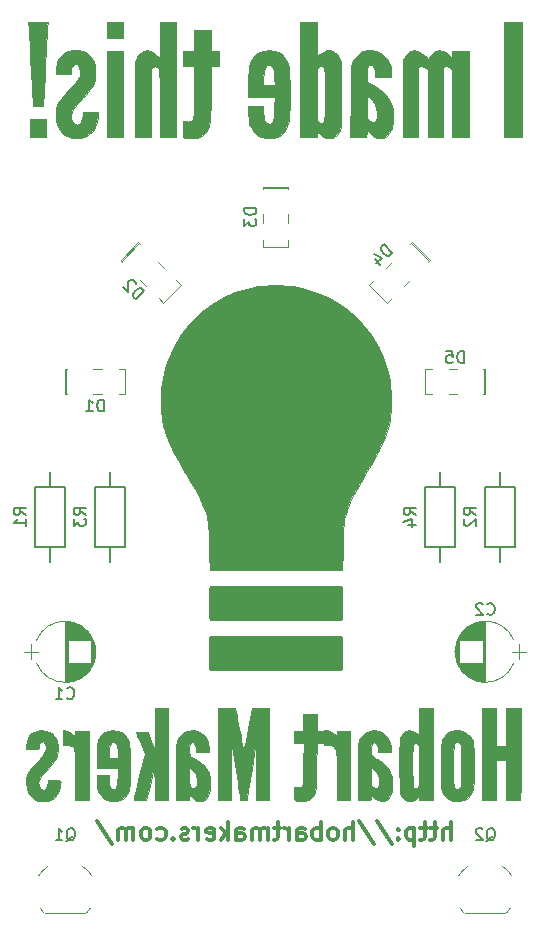
<source format=gbo>
G04 #@! TF.FileFunction,Legend,Bot*
%FSLAX46Y46*%
G04 Gerber Fmt 4.6, Leading zero omitted, Abs format (unit mm)*
G04 Created by KiCad (PCBNEW 4.0.5-e0-6337~49~ubuntu16.04.1) date Sat May 13 14:24:54 2017*
%MOMM*%
%LPD*%
G01*
G04 APERTURE LIST*
%ADD10C,0.100000*%
%ADD11C,0.300000*%
%ADD12C,0.120000*%
%ADD13C,0.150000*%
%ADD14C,0.010000*%
G04 APERTURE END LIST*
D10*
D11*
X38987144Y8211429D02*
X38987144Y9711429D01*
X38344287Y8211429D02*
X38344287Y8997143D01*
X38415716Y9140000D01*
X38558573Y9211429D01*
X38772858Y9211429D01*
X38915716Y9140000D01*
X38987144Y9068571D01*
X37844287Y9211429D02*
X37272858Y9211429D01*
X37630001Y9711429D02*
X37630001Y8425714D01*
X37558573Y8282857D01*
X37415715Y8211429D01*
X37272858Y8211429D01*
X36987144Y9211429D02*
X36415715Y9211429D01*
X36772858Y9711429D02*
X36772858Y8425714D01*
X36701430Y8282857D01*
X36558572Y8211429D01*
X36415715Y8211429D01*
X35915715Y9211429D02*
X35915715Y7711429D01*
X35915715Y9140000D02*
X35772858Y9211429D01*
X35487144Y9211429D01*
X35344287Y9140000D01*
X35272858Y9068571D01*
X35201429Y8925714D01*
X35201429Y8497143D01*
X35272858Y8354286D01*
X35344287Y8282857D01*
X35487144Y8211429D01*
X35772858Y8211429D01*
X35915715Y8282857D01*
X34558572Y8354286D02*
X34487144Y8282857D01*
X34558572Y8211429D01*
X34630001Y8282857D01*
X34558572Y8354286D01*
X34558572Y8211429D01*
X34558572Y9140000D02*
X34487144Y9068571D01*
X34558572Y8997143D01*
X34630001Y9068571D01*
X34558572Y9140000D01*
X34558572Y8997143D01*
X32772858Y9782857D02*
X34058572Y7854286D01*
X31201429Y9782857D02*
X32487143Y7854286D01*
X30701428Y8211429D02*
X30701428Y9711429D01*
X30058571Y8211429D02*
X30058571Y8997143D01*
X30130000Y9140000D01*
X30272857Y9211429D01*
X30487142Y9211429D01*
X30630000Y9140000D01*
X30701428Y9068571D01*
X29129999Y8211429D02*
X29272857Y8282857D01*
X29344285Y8354286D01*
X29415714Y8497143D01*
X29415714Y8925714D01*
X29344285Y9068571D01*
X29272857Y9140000D01*
X29129999Y9211429D01*
X28915714Y9211429D01*
X28772857Y9140000D01*
X28701428Y9068571D01*
X28629999Y8925714D01*
X28629999Y8497143D01*
X28701428Y8354286D01*
X28772857Y8282857D01*
X28915714Y8211429D01*
X29129999Y8211429D01*
X27987142Y8211429D02*
X27987142Y9711429D01*
X27987142Y9140000D02*
X27844285Y9211429D01*
X27558571Y9211429D01*
X27415714Y9140000D01*
X27344285Y9068571D01*
X27272856Y8925714D01*
X27272856Y8497143D01*
X27344285Y8354286D01*
X27415714Y8282857D01*
X27558571Y8211429D01*
X27844285Y8211429D01*
X27987142Y8282857D01*
X25987142Y8211429D02*
X25987142Y8997143D01*
X26058571Y9140000D01*
X26201428Y9211429D01*
X26487142Y9211429D01*
X26629999Y9140000D01*
X25987142Y8282857D02*
X26129999Y8211429D01*
X26487142Y8211429D01*
X26629999Y8282857D01*
X26701428Y8425714D01*
X26701428Y8568571D01*
X26629999Y8711429D01*
X26487142Y8782857D01*
X26129999Y8782857D01*
X25987142Y8854286D01*
X25272856Y8211429D02*
X25272856Y9211429D01*
X25272856Y8925714D02*
X25201428Y9068571D01*
X25129999Y9140000D01*
X24987142Y9211429D01*
X24844285Y9211429D01*
X24558571Y9211429D02*
X23987142Y9211429D01*
X24344285Y9711429D02*
X24344285Y8425714D01*
X24272857Y8282857D01*
X24129999Y8211429D01*
X23987142Y8211429D01*
X23487142Y8211429D02*
X23487142Y9211429D01*
X23487142Y9068571D02*
X23415714Y9140000D01*
X23272856Y9211429D01*
X23058571Y9211429D01*
X22915714Y9140000D01*
X22844285Y8997143D01*
X22844285Y8211429D01*
X22844285Y8997143D02*
X22772856Y9140000D01*
X22629999Y9211429D01*
X22415714Y9211429D01*
X22272856Y9140000D01*
X22201428Y8997143D01*
X22201428Y8211429D01*
X20844285Y8211429D02*
X20844285Y8997143D01*
X20915714Y9140000D01*
X21058571Y9211429D01*
X21344285Y9211429D01*
X21487142Y9140000D01*
X20844285Y8282857D02*
X20987142Y8211429D01*
X21344285Y8211429D01*
X21487142Y8282857D01*
X21558571Y8425714D01*
X21558571Y8568571D01*
X21487142Y8711429D01*
X21344285Y8782857D01*
X20987142Y8782857D01*
X20844285Y8854286D01*
X20129999Y8211429D02*
X20129999Y9711429D01*
X19987142Y8782857D02*
X19558571Y8211429D01*
X19558571Y9211429D02*
X20129999Y8640000D01*
X18344285Y8282857D02*
X18487142Y8211429D01*
X18772856Y8211429D01*
X18915713Y8282857D01*
X18987142Y8425714D01*
X18987142Y8997143D01*
X18915713Y9140000D01*
X18772856Y9211429D01*
X18487142Y9211429D01*
X18344285Y9140000D01*
X18272856Y8997143D01*
X18272856Y8854286D01*
X18987142Y8711429D01*
X17629999Y8211429D02*
X17629999Y9211429D01*
X17629999Y8925714D02*
X17558571Y9068571D01*
X17487142Y9140000D01*
X17344285Y9211429D01*
X17201428Y9211429D01*
X16772857Y8282857D02*
X16630000Y8211429D01*
X16344285Y8211429D01*
X16201428Y8282857D01*
X16130000Y8425714D01*
X16130000Y8497143D01*
X16201428Y8640000D01*
X16344285Y8711429D01*
X16558571Y8711429D01*
X16701428Y8782857D01*
X16772857Y8925714D01*
X16772857Y8997143D01*
X16701428Y9140000D01*
X16558571Y9211429D01*
X16344285Y9211429D01*
X16201428Y9140000D01*
X15487142Y8354286D02*
X15415714Y8282857D01*
X15487142Y8211429D01*
X15558571Y8282857D01*
X15487142Y8354286D01*
X15487142Y8211429D01*
X14129999Y8282857D02*
X14272856Y8211429D01*
X14558570Y8211429D01*
X14701428Y8282857D01*
X14772856Y8354286D01*
X14844285Y8497143D01*
X14844285Y8925714D01*
X14772856Y9068571D01*
X14701428Y9140000D01*
X14558570Y9211429D01*
X14272856Y9211429D01*
X14129999Y9140000D01*
X13272856Y8211429D02*
X13415714Y8282857D01*
X13487142Y8354286D01*
X13558571Y8497143D01*
X13558571Y8925714D01*
X13487142Y9068571D01*
X13415714Y9140000D01*
X13272856Y9211429D01*
X13058571Y9211429D01*
X12915714Y9140000D01*
X12844285Y9068571D01*
X12772856Y8925714D01*
X12772856Y8497143D01*
X12844285Y8354286D01*
X12915714Y8282857D01*
X13058571Y8211429D01*
X13272856Y8211429D01*
X12129999Y8211429D02*
X12129999Y9211429D01*
X12129999Y9068571D02*
X12058571Y9140000D01*
X11915713Y9211429D01*
X11701428Y9211429D01*
X11558571Y9140000D01*
X11487142Y8997143D01*
X11487142Y8211429D01*
X11487142Y8997143D02*
X11415713Y9140000D01*
X11272856Y9211429D01*
X11058571Y9211429D01*
X10915713Y9140000D01*
X10844285Y8997143D01*
X10844285Y8211429D01*
X9058571Y9782857D02*
X10344285Y7854286D01*
D12*
X11038299Y57312635D02*
X11186791Y57164142D01*
X12714142Y55636791D02*
X13231037Y55119896D01*
X14262706Y54088228D02*
X14658686Y53692248D01*
X12537365Y58811701D02*
X12685858Y58663209D01*
X14213209Y57135858D02*
X14730104Y56618963D01*
X15761772Y55587294D02*
X16157752Y55191314D01*
X11038299Y57312635D02*
X12537365Y58811701D01*
X14658686Y53692248D02*
X16157752Y55191314D01*
X11123152Y57227782D02*
X12622218Y58726848D01*
X35722635Y58811701D02*
X35574142Y58663209D01*
X34046791Y57135858D02*
X33529896Y56618963D01*
X32498228Y55587294D02*
X32102248Y55191314D01*
X37221701Y57312635D02*
X37073209Y57164142D01*
X35545858Y55636791D02*
X35028963Y55119896D01*
X33997294Y54088228D02*
X33601314Y53692248D01*
X35722635Y58811701D02*
X37221701Y57312635D01*
X32102248Y55191314D02*
X33601314Y53692248D01*
X35637782Y58726848D02*
X37136848Y57227782D01*
X6330000Y45930000D02*
X6540000Y45930000D01*
X8700000Y45930000D02*
X9431000Y45930000D01*
X10890000Y45930000D02*
X11450000Y45930000D01*
X6330000Y48050000D02*
X6540000Y48050000D01*
X8700000Y48050000D02*
X9431000Y48050000D01*
X10890000Y48050000D02*
X11450000Y48050000D01*
X6330000Y45930000D02*
X6330000Y48050000D01*
X11450000Y45930000D02*
X11450000Y48050000D01*
X6450000Y45930000D02*
X6450000Y48050000D01*
X23070000Y63520000D02*
X23070000Y63310000D01*
X23070000Y61150000D02*
X23070000Y60419000D01*
X23070000Y58960000D02*
X23070000Y58400000D01*
X25190000Y63520000D02*
X25190000Y63310000D01*
X25190000Y61150000D02*
X25190000Y60419000D01*
X25190000Y58960000D02*
X25190000Y58400000D01*
X23070000Y63520000D02*
X25190000Y63520000D01*
X23070000Y58400000D02*
X25190000Y58400000D01*
X23070000Y63400000D02*
X25190000Y63400000D01*
X41930000Y48050000D02*
X41720000Y48050000D01*
X39560000Y48050000D02*
X38829000Y48050000D01*
X37370000Y48050000D02*
X36810000Y48050000D01*
X41930000Y45930000D02*
X41720000Y45930000D01*
X39560000Y45930000D02*
X38829000Y45930000D01*
X37370000Y45930000D02*
X36810000Y45930000D01*
X41930000Y48050000D02*
X41930000Y45930000D01*
X36810000Y48050000D02*
X36810000Y45930000D01*
X41810000Y48050000D02*
X41810000Y45930000D01*
X7799999Y5960000D02*
G75*
G02X8600000Y5160000I-1249999J-2050000D01*
G01*
X4900001Y5960000D02*
G75*
G03X4100000Y5160000I1249999J-2050000D01*
G01*
X8488726Y2435797D02*
G75*
G02X8150000Y2010000I-2038726J1274203D01*
G01*
X4211274Y2435797D02*
G75*
G03X4550000Y2010000I2038726J1274203D01*
G01*
X8050000Y2010000D02*
X4650000Y2010000D01*
X43359999Y5960000D02*
G75*
G02X44160000Y5160000I-1249999J-2050000D01*
G01*
X40460001Y5960000D02*
G75*
G03X39660000Y5160000I1249999J-2050000D01*
G01*
X44048726Y2435797D02*
G75*
G02X43710000Y2010000I-2038726J1274203D01*
G01*
X39771274Y2435797D02*
G75*
G03X40110000Y2010000I2038726J1274203D01*
G01*
X43610000Y2010000D02*
X40210000Y2010000D01*
D13*
X3810000Y38100000D02*
X3810000Y33020000D01*
X3810000Y33020000D02*
X6350000Y33020000D01*
X6350000Y33020000D02*
X6350000Y38100000D01*
X6350000Y38100000D02*
X3810000Y38100000D01*
X5080000Y38100000D02*
X5080000Y39370000D01*
X5080000Y33020000D02*
X5080000Y31750000D01*
X41910000Y38100000D02*
X41910000Y33020000D01*
X41910000Y33020000D02*
X44450000Y33020000D01*
X44450000Y33020000D02*
X44450000Y38100000D01*
X44450000Y38100000D02*
X41910000Y38100000D01*
X43180000Y38100000D02*
X43180000Y39370000D01*
X43180000Y33020000D02*
X43180000Y31750000D01*
X8890000Y38100000D02*
X8890000Y33020000D01*
X8890000Y33020000D02*
X11430000Y33020000D01*
X11430000Y33020000D02*
X11430000Y38100000D01*
X11430000Y38100000D02*
X8890000Y38100000D01*
X10160000Y38100000D02*
X10160000Y39370000D01*
X10160000Y33020000D02*
X10160000Y31750000D01*
X36830000Y38100000D02*
X36830000Y33020000D01*
X36830000Y33020000D02*
X39370000Y33020000D01*
X39370000Y33020000D02*
X39370000Y38100000D01*
X39370000Y38100000D02*
X36830000Y38100000D01*
X38100000Y38100000D02*
X38100000Y39370000D01*
X38100000Y33020000D02*
X38100000Y31750000D01*
D12*
X8726863Y23148600D02*
G75*
G02X3932564Y23150000I-2396863J981400D01*
G01*
X8726863Y25111400D02*
G75*
G03X3932564Y25110000I-2396863J-981400D01*
G01*
X8726863Y25111400D02*
G75*
G02X8727436Y23150000I-2396863J-981400D01*
G01*
X6330000Y21580000D02*
X6330000Y26680000D01*
X6370000Y21580000D02*
X6370000Y26680000D01*
X6410000Y21581000D02*
X6410000Y26679000D01*
X6450000Y21582000D02*
X6450000Y26678000D01*
X6490000Y21584000D02*
X6490000Y26676000D01*
X6530000Y21587000D02*
X6530000Y26673000D01*
X6570000Y21591000D02*
X6570000Y26669000D01*
X6610000Y21595000D02*
X6610000Y23150000D01*
X6610000Y25110000D02*
X6610000Y26665000D01*
X6650000Y21599000D02*
X6650000Y23150000D01*
X6650000Y25110000D02*
X6650000Y26661000D01*
X6690000Y21605000D02*
X6690000Y23150000D01*
X6690000Y25110000D02*
X6690000Y26655000D01*
X6730000Y21611000D02*
X6730000Y23150000D01*
X6730000Y25110000D02*
X6730000Y26649000D01*
X6770000Y21617000D02*
X6770000Y23150000D01*
X6770000Y25110000D02*
X6770000Y26643000D01*
X6810000Y21624000D02*
X6810000Y23150000D01*
X6810000Y25110000D02*
X6810000Y26636000D01*
X6850000Y21632000D02*
X6850000Y23150000D01*
X6850000Y25110000D02*
X6850000Y26628000D01*
X6890000Y21641000D02*
X6890000Y23150000D01*
X6890000Y25110000D02*
X6890000Y26619000D01*
X6930000Y21650000D02*
X6930000Y23150000D01*
X6930000Y25110000D02*
X6930000Y26610000D01*
X6970000Y21660000D02*
X6970000Y23150000D01*
X6970000Y25110000D02*
X6970000Y26600000D01*
X7010000Y21670000D02*
X7010000Y23150000D01*
X7010000Y25110000D02*
X7010000Y26590000D01*
X7051000Y21682000D02*
X7051000Y23150000D01*
X7051000Y25110000D02*
X7051000Y26578000D01*
X7091000Y21694000D02*
X7091000Y23150000D01*
X7091000Y25110000D02*
X7091000Y26566000D01*
X7131000Y21706000D02*
X7131000Y23150000D01*
X7131000Y25110000D02*
X7131000Y26554000D01*
X7171000Y21720000D02*
X7171000Y23150000D01*
X7171000Y25110000D02*
X7171000Y26540000D01*
X7211000Y21734000D02*
X7211000Y23150000D01*
X7211000Y25110000D02*
X7211000Y26526000D01*
X7251000Y21748000D02*
X7251000Y23150000D01*
X7251000Y25110000D02*
X7251000Y26512000D01*
X7291000Y21764000D02*
X7291000Y23150000D01*
X7291000Y25110000D02*
X7291000Y26496000D01*
X7331000Y21780000D02*
X7331000Y23150000D01*
X7331000Y25110000D02*
X7331000Y26480000D01*
X7371000Y21797000D02*
X7371000Y23150000D01*
X7371000Y25110000D02*
X7371000Y26463000D01*
X7411000Y21815000D02*
X7411000Y23150000D01*
X7411000Y25110000D02*
X7411000Y26445000D01*
X7451000Y21834000D02*
X7451000Y23150000D01*
X7451000Y25110000D02*
X7451000Y26426000D01*
X7491000Y21854000D02*
X7491000Y23150000D01*
X7491000Y25110000D02*
X7491000Y26406000D01*
X7531000Y21874000D02*
X7531000Y23150000D01*
X7531000Y25110000D02*
X7531000Y26386000D01*
X7571000Y21896000D02*
X7571000Y23150000D01*
X7571000Y25110000D02*
X7571000Y26364000D01*
X7611000Y21918000D02*
X7611000Y23150000D01*
X7611000Y25110000D02*
X7611000Y26342000D01*
X7651000Y21941000D02*
X7651000Y23150000D01*
X7651000Y25110000D02*
X7651000Y26319000D01*
X7691000Y21965000D02*
X7691000Y23150000D01*
X7691000Y25110000D02*
X7691000Y26295000D01*
X7731000Y21990000D02*
X7731000Y23150000D01*
X7731000Y25110000D02*
X7731000Y26270000D01*
X7771000Y22017000D02*
X7771000Y23150000D01*
X7771000Y25110000D02*
X7771000Y26243000D01*
X7811000Y22044000D02*
X7811000Y23150000D01*
X7811000Y25110000D02*
X7811000Y26216000D01*
X7851000Y22072000D02*
X7851000Y23150000D01*
X7851000Y25110000D02*
X7851000Y26188000D01*
X7891000Y22102000D02*
X7891000Y23150000D01*
X7891000Y25110000D02*
X7891000Y26158000D01*
X7931000Y22133000D02*
X7931000Y23150000D01*
X7931000Y25110000D02*
X7931000Y26127000D01*
X7971000Y22165000D02*
X7971000Y23150000D01*
X7971000Y25110000D02*
X7971000Y26095000D01*
X8011000Y22198000D02*
X8011000Y23150000D01*
X8011000Y25110000D02*
X8011000Y26062000D01*
X8051000Y22233000D02*
X8051000Y23150000D01*
X8051000Y25110000D02*
X8051000Y26027000D01*
X8091000Y22269000D02*
X8091000Y23150000D01*
X8091000Y25110000D02*
X8091000Y25991000D01*
X8131000Y22307000D02*
X8131000Y23150000D01*
X8131000Y25110000D02*
X8131000Y25953000D01*
X8171000Y22347000D02*
X8171000Y23150000D01*
X8171000Y25110000D02*
X8171000Y25913000D01*
X8211000Y22388000D02*
X8211000Y23150000D01*
X8211000Y25110000D02*
X8211000Y25872000D01*
X8251000Y22431000D02*
X8251000Y23150000D01*
X8251000Y25110000D02*
X8251000Y25829000D01*
X8291000Y22476000D02*
X8291000Y23150000D01*
X8291000Y25110000D02*
X8291000Y25784000D01*
X8331000Y22524000D02*
X8331000Y23150000D01*
X8331000Y25110000D02*
X8331000Y25736000D01*
X8371000Y22574000D02*
X8371000Y23150000D01*
X8371000Y25110000D02*
X8371000Y25686000D01*
X8411000Y22626000D02*
X8411000Y23150000D01*
X8411000Y25110000D02*
X8411000Y25634000D01*
X8451000Y22682000D02*
X8451000Y23150000D01*
X8451000Y25110000D02*
X8451000Y25578000D01*
X8491000Y22740000D02*
X8491000Y23150000D01*
X8491000Y25110000D02*
X8491000Y25520000D01*
X8531000Y22803000D02*
X8531000Y23150000D01*
X8531000Y25110000D02*
X8531000Y25457000D01*
X8571000Y22869000D02*
X8571000Y25391000D01*
X8611000Y22941000D02*
X8611000Y25319000D01*
X8651000Y23018000D02*
X8651000Y25242000D01*
X8691000Y23102000D02*
X8691000Y25158000D01*
X8731000Y23196000D02*
X8731000Y25064000D01*
X8771000Y23301000D02*
X8771000Y24959000D01*
X8811000Y23423000D02*
X8811000Y24837000D01*
X8851000Y23571000D02*
X8851000Y24689000D01*
X8891000Y23776000D02*
X8891000Y24484000D01*
X2880000Y24130000D02*
X4080000Y24130000D01*
X3480000Y23480000D02*
X3480000Y24780000D01*
X39533137Y25111400D02*
G75*
G02X44327436Y25110000I2396863J-981400D01*
G01*
X39533137Y23148600D02*
G75*
G03X44327436Y23150000I2396863J981400D01*
G01*
X39533137Y23148600D02*
G75*
G02X39532564Y25110000I2396863J981400D01*
G01*
X41930000Y26680000D02*
X41930000Y21580000D01*
X41890000Y26680000D02*
X41890000Y21580000D01*
X41850000Y26679000D02*
X41850000Y21581000D01*
X41810000Y26678000D02*
X41810000Y21582000D01*
X41770000Y26676000D02*
X41770000Y21584000D01*
X41730000Y26673000D02*
X41730000Y21587000D01*
X41690000Y26669000D02*
X41690000Y21591000D01*
X41650000Y26665000D02*
X41650000Y25110000D01*
X41650000Y23150000D02*
X41650000Y21595000D01*
X41610000Y26661000D02*
X41610000Y25110000D01*
X41610000Y23150000D02*
X41610000Y21599000D01*
X41570000Y26655000D02*
X41570000Y25110000D01*
X41570000Y23150000D02*
X41570000Y21605000D01*
X41530000Y26649000D02*
X41530000Y25110000D01*
X41530000Y23150000D02*
X41530000Y21611000D01*
X41490000Y26643000D02*
X41490000Y25110000D01*
X41490000Y23150000D02*
X41490000Y21617000D01*
X41450000Y26636000D02*
X41450000Y25110000D01*
X41450000Y23150000D02*
X41450000Y21624000D01*
X41410000Y26628000D02*
X41410000Y25110000D01*
X41410000Y23150000D02*
X41410000Y21632000D01*
X41370000Y26619000D02*
X41370000Y25110000D01*
X41370000Y23150000D02*
X41370000Y21641000D01*
X41330000Y26610000D02*
X41330000Y25110000D01*
X41330000Y23150000D02*
X41330000Y21650000D01*
X41290000Y26600000D02*
X41290000Y25110000D01*
X41290000Y23150000D02*
X41290000Y21660000D01*
X41250000Y26590000D02*
X41250000Y25110000D01*
X41250000Y23150000D02*
X41250000Y21670000D01*
X41209000Y26578000D02*
X41209000Y25110000D01*
X41209000Y23150000D02*
X41209000Y21682000D01*
X41169000Y26566000D02*
X41169000Y25110000D01*
X41169000Y23150000D02*
X41169000Y21694000D01*
X41129000Y26554000D02*
X41129000Y25110000D01*
X41129000Y23150000D02*
X41129000Y21706000D01*
X41089000Y26540000D02*
X41089000Y25110000D01*
X41089000Y23150000D02*
X41089000Y21720000D01*
X41049000Y26526000D02*
X41049000Y25110000D01*
X41049000Y23150000D02*
X41049000Y21734000D01*
X41009000Y26512000D02*
X41009000Y25110000D01*
X41009000Y23150000D02*
X41009000Y21748000D01*
X40969000Y26496000D02*
X40969000Y25110000D01*
X40969000Y23150000D02*
X40969000Y21764000D01*
X40929000Y26480000D02*
X40929000Y25110000D01*
X40929000Y23150000D02*
X40929000Y21780000D01*
X40889000Y26463000D02*
X40889000Y25110000D01*
X40889000Y23150000D02*
X40889000Y21797000D01*
X40849000Y26445000D02*
X40849000Y25110000D01*
X40849000Y23150000D02*
X40849000Y21815000D01*
X40809000Y26426000D02*
X40809000Y25110000D01*
X40809000Y23150000D02*
X40809000Y21834000D01*
X40769000Y26406000D02*
X40769000Y25110000D01*
X40769000Y23150000D02*
X40769000Y21854000D01*
X40729000Y26386000D02*
X40729000Y25110000D01*
X40729000Y23150000D02*
X40729000Y21874000D01*
X40689000Y26364000D02*
X40689000Y25110000D01*
X40689000Y23150000D02*
X40689000Y21896000D01*
X40649000Y26342000D02*
X40649000Y25110000D01*
X40649000Y23150000D02*
X40649000Y21918000D01*
X40609000Y26319000D02*
X40609000Y25110000D01*
X40609000Y23150000D02*
X40609000Y21941000D01*
X40569000Y26295000D02*
X40569000Y25110000D01*
X40569000Y23150000D02*
X40569000Y21965000D01*
X40529000Y26270000D02*
X40529000Y25110000D01*
X40529000Y23150000D02*
X40529000Y21990000D01*
X40489000Y26243000D02*
X40489000Y25110000D01*
X40489000Y23150000D02*
X40489000Y22017000D01*
X40449000Y26216000D02*
X40449000Y25110000D01*
X40449000Y23150000D02*
X40449000Y22044000D01*
X40409000Y26188000D02*
X40409000Y25110000D01*
X40409000Y23150000D02*
X40409000Y22072000D01*
X40369000Y26158000D02*
X40369000Y25110000D01*
X40369000Y23150000D02*
X40369000Y22102000D01*
X40329000Y26127000D02*
X40329000Y25110000D01*
X40329000Y23150000D02*
X40329000Y22133000D01*
X40289000Y26095000D02*
X40289000Y25110000D01*
X40289000Y23150000D02*
X40289000Y22165000D01*
X40249000Y26062000D02*
X40249000Y25110000D01*
X40249000Y23150000D02*
X40249000Y22198000D01*
X40209000Y26027000D02*
X40209000Y25110000D01*
X40209000Y23150000D02*
X40209000Y22233000D01*
X40169000Y25991000D02*
X40169000Y25110000D01*
X40169000Y23150000D02*
X40169000Y22269000D01*
X40129000Y25953000D02*
X40129000Y25110000D01*
X40129000Y23150000D02*
X40129000Y22307000D01*
X40089000Y25913000D02*
X40089000Y25110000D01*
X40089000Y23150000D02*
X40089000Y22347000D01*
X40049000Y25872000D02*
X40049000Y25110000D01*
X40049000Y23150000D02*
X40049000Y22388000D01*
X40009000Y25829000D02*
X40009000Y25110000D01*
X40009000Y23150000D02*
X40009000Y22431000D01*
X39969000Y25784000D02*
X39969000Y25110000D01*
X39969000Y23150000D02*
X39969000Y22476000D01*
X39929000Y25736000D02*
X39929000Y25110000D01*
X39929000Y23150000D02*
X39929000Y22524000D01*
X39889000Y25686000D02*
X39889000Y25110000D01*
X39889000Y23150000D02*
X39889000Y22574000D01*
X39849000Y25634000D02*
X39849000Y25110000D01*
X39849000Y23150000D02*
X39849000Y22626000D01*
X39809000Y25578000D02*
X39809000Y25110000D01*
X39809000Y23150000D02*
X39809000Y22682000D01*
X39769000Y25520000D02*
X39769000Y25110000D01*
X39769000Y23150000D02*
X39769000Y22740000D01*
X39729000Y25457000D02*
X39729000Y25110000D01*
X39729000Y23150000D02*
X39729000Y22803000D01*
X39689000Y25391000D02*
X39689000Y22869000D01*
X39649000Y25319000D02*
X39649000Y22941000D01*
X39609000Y25242000D02*
X39609000Y23018000D01*
X39569000Y25158000D02*
X39569000Y23102000D01*
X39529000Y25064000D02*
X39529000Y23196000D01*
X39489000Y24959000D02*
X39489000Y23301000D01*
X39449000Y24837000D02*
X39449000Y23423000D01*
X39409000Y24689000D02*
X39409000Y23571000D01*
X39369000Y24484000D02*
X39369000Y23776000D01*
X45380000Y24130000D02*
X44180000Y24130000D01*
X44780000Y24780000D02*
X44780000Y23480000D01*
D14*
G36*
X39399885Y17472938D02*
X39018007Y17390152D01*
X38708884Y17226082D01*
X38467923Y16976639D01*
X38290531Y16637734D01*
X38221710Y16424141D01*
X38195166Y16312126D01*
X38174441Y16186846D01*
X38159048Y16034654D01*
X38148501Y15841899D01*
X38142314Y15594934D01*
X38140001Y15280109D01*
X38141075Y14883775D01*
X38145052Y14392284D01*
X38145985Y14297922D01*
X38151330Y13803281D01*
X38156897Y13406760D01*
X38163561Y13095316D01*
X38172194Y12855911D01*
X38183673Y12675505D01*
X38198869Y12541059D01*
X38218659Y12439532D01*
X38243915Y12357885D01*
X38275512Y12283078D01*
X38281977Y12269256D01*
X38446003Y12000972D01*
X38658314Y11766490D01*
X38887715Y11598436D01*
X38954144Y11566295D01*
X39164597Y11513439D01*
X39437675Y11492520D01*
X39729861Y11502460D01*
X39997636Y11542184D01*
X40168723Y11596340D01*
X40431442Y11772219D01*
X40654999Y12033108D01*
X40819632Y12354564D01*
X40847554Y12435996D01*
X40874916Y12537296D01*
X40896624Y12655239D01*
X40913297Y12803224D01*
X40925559Y12994650D01*
X40934029Y13242916D01*
X40939330Y13561420D01*
X40942083Y13963562D01*
X40942908Y14462740D01*
X40942909Y14489925D01*
X39859102Y14489925D01*
X39859102Y12708843D01*
X39726280Y12576020D01*
X39575376Y12478915D01*
X39434276Y12490098D01*
X39313778Y12606705D01*
X39266999Y12697912D01*
X39243647Y12773870D01*
X39225659Y12884494D01*
X39212628Y13041794D01*
X39204151Y13257782D01*
X39199822Y13544468D01*
X39199236Y13913863D01*
X39201988Y14377979D01*
X39203748Y14573768D01*
X39208760Y15053482D01*
X39214118Y15434486D01*
X39220664Y15729227D01*
X39229242Y15950152D01*
X39240695Y16109711D01*
X39255866Y16220349D01*
X39275596Y16294517D01*
X39300731Y16344660D01*
X39325813Y16376416D01*
X39472463Y16478297D01*
X39624706Y16469403D01*
X39747943Y16382167D01*
X39778674Y16347014D01*
X39803156Y16301700D01*
X39822098Y16234164D01*
X39836208Y16132348D01*
X39846195Y15984190D01*
X39852766Y15777633D01*
X39856631Y15500615D01*
X39858497Y15141077D01*
X39859074Y14686960D01*
X39859102Y14489925D01*
X40942909Y14489925D01*
X40942910Y14492451D01*
X40941899Y15039698D01*
X40937341Y15488655D01*
X40926945Y15852181D01*
X40908421Y16143140D01*
X40879481Y16374392D01*
X40837834Y16558798D01*
X40781191Y16709221D01*
X40707262Y16838522D01*
X40613757Y16959562D01*
X40498386Y17085202D01*
X40477467Y17106878D01*
X40219656Y17322463D01*
X39941993Y17445575D01*
X39618655Y17484988D01*
X39399885Y17472938D01*
X39399885Y17472938D01*
G37*
X39399885Y17472938D02*
X39018007Y17390152D01*
X38708884Y17226082D01*
X38467923Y16976639D01*
X38290531Y16637734D01*
X38221710Y16424141D01*
X38195166Y16312126D01*
X38174441Y16186846D01*
X38159048Y16034654D01*
X38148501Y15841899D01*
X38142314Y15594934D01*
X38140001Y15280109D01*
X38141075Y14883775D01*
X38145052Y14392284D01*
X38145985Y14297922D01*
X38151330Y13803281D01*
X38156897Y13406760D01*
X38163561Y13095316D01*
X38172194Y12855911D01*
X38183673Y12675505D01*
X38198869Y12541059D01*
X38218659Y12439532D01*
X38243915Y12357885D01*
X38275512Y12283078D01*
X38281977Y12269256D01*
X38446003Y12000972D01*
X38658314Y11766490D01*
X38887715Y11598436D01*
X38954144Y11566295D01*
X39164597Y11513439D01*
X39437675Y11492520D01*
X39729861Y11502460D01*
X39997636Y11542184D01*
X40168723Y11596340D01*
X40431442Y11772219D01*
X40654999Y12033108D01*
X40819632Y12354564D01*
X40847554Y12435996D01*
X40874916Y12537296D01*
X40896624Y12655239D01*
X40913297Y12803224D01*
X40925559Y12994650D01*
X40934029Y13242916D01*
X40939330Y13561420D01*
X40942083Y13963562D01*
X40942908Y14462740D01*
X40942909Y14489925D01*
X39859102Y14489925D01*
X39859102Y12708843D01*
X39726280Y12576020D01*
X39575376Y12478915D01*
X39434276Y12490098D01*
X39313778Y12606705D01*
X39266999Y12697912D01*
X39243647Y12773870D01*
X39225659Y12884494D01*
X39212628Y13041794D01*
X39204151Y13257782D01*
X39199822Y13544468D01*
X39199236Y13913863D01*
X39201988Y14377979D01*
X39203748Y14573768D01*
X39208760Y15053482D01*
X39214118Y15434486D01*
X39220664Y15729227D01*
X39229242Y15950152D01*
X39240695Y16109711D01*
X39255866Y16220349D01*
X39275596Y16294517D01*
X39300731Y16344660D01*
X39325813Y16376416D01*
X39472463Y16478297D01*
X39624706Y16469403D01*
X39747943Y16382167D01*
X39778674Y16347014D01*
X39803156Y16301700D01*
X39822098Y16234164D01*
X39836208Y16132348D01*
X39846195Y15984190D01*
X39852766Y15777633D01*
X39856631Y15500615D01*
X39858497Y15141077D01*
X39859074Y14686960D01*
X39859102Y14489925D01*
X40942909Y14489925D01*
X40942910Y14492451D01*
X40941899Y15039698D01*
X40937341Y15488655D01*
X40926945Y15852181D01*
X40908421Y16143140D01*
X40879481Y16374392D01*
X40837834Y16558798D01*
X40781191Y16709221D01*
X40707262Y16838522D01*
X40613757Y16959562D01*
X40498386Y17085202D01*
X40477467Y17106878D01*
X40219656Y17322463D01*
X39941993Y17445575D01*
X39618655Y17484988D01*
X39399885Y17472938D01*
G36*
X36301991Y17112815D02*
X35985676Y17303289D01*
X35689822Y17444033D01*
X35429963Y17482746D01*
X35194740Y17417963D01*
X34972793Y17248222D01*
X34895380Y17162837D01*
X34831004Y17076819D01*
X34777817Y16978708D01*
X34734891Y16857851D01*
X34701301Y16703595D01*
X34676119Y16505288D01*
X34658421Y16252277D01*
X34647280Y15933908D01*
X34641769Y15539530D01*
X34640961Y15058491D01*
X34643932Y14480136D01*
X34645404Y14288144D01*
X34649948Y13748679D01*
X34654464Y13308751D01*
X34659652Y12956740D01*
X34666211Y12681027D01*
X34674842Y12469992D01*
X34686244Y12312013D01*
X34701116Y12195473D01*
X34720158Y12108750D01*
X34744070Y12040224D01*
X34773552Y11978276D01*
X34785889Y11954926D01*
X34946804Y11712184D01*
X35128841Y11565277D01*
X35355402Y11498906D01*
X35495239Y11491138D01*
X35709840Y11507663D01*
X35881462Y11571146D01*
X36015271Y11657878D01*
X36151444Y11752850D01*
X36247768Y11813236D01*
X36273720Y11824617D01*
X36294994Y11776926D01*
X36301991Y11685668D01*
X36301991Y11546718D01*
X37469168Y11546718D01*
X37469168Y14488797D01*
X36301991Y14488797D01*
X36299994Y13933918D01*
X36294085Y13473110D01*
X36284383Y13110092D01*
X36271008Y12848584D01*
X36254080Y12692306D01*
X36242673Y12651330D01*
X36145271Y12566498D01*
X36013355Y12559965D01*
X35885278Y12626085D01*
X35817774Y12713895D01*
X35795738Y12791748D01*
X35778278Y12934054D01*
X35765046Y13149595D01*
X35755694Y13447154D01*
X35749874Y13835514D01*
X35747238Y14323456D01*
X35747011Y14498851D01*
X35747080Y14970725D01*
X35748357Y15344321D01*
X35751665Y15632521D01*
X35757824Y15848206D01*
X35767658Y16004258D01*
X35781988Y16113558D01*
X35801636Y16188987D01*
X35827424Y16243426D01*
X35860174Y16289758D01*
X35861386Y16291301D01*
X35968701Y16405844D01*
X36057082Y16426224D01*
X36160443Y16356075D01*
X36190831Y16326587D01*
X36221996Y16290882D01*
X36246726Y16244849D01*
X36265762Y16176216D01*
X36279847Y16072709D01*
X36289723Y15922058D01*
X36296132Y15711990D01*
X36299816Y15430234D01*
X36301519Y15064516D01*
X36301982Y14602566D01*
X36301991Y14488797D01*
X37469168Y14488797D01*
X37469168Y19383480D01*
X36301991Y19383480D01*
X36301991Y17112815D01*
X36301991Y17112815D01*
G37*
X36301991Y17112815D02*
X35985676Y17303289D01*
X35689822Y17444033D01*
X35429963Y17482746D01*
X35194740Y17417963D01*
X34972793Y17248222D01*
X34895380Y17162837D01*
X34831004Y17076819D01*
X34777817Y16978708D01*
X34734891Y16857851D01*
X34701301Y16703595D01*
X34676119Y16505288D01*
X34658421Y16252277D01*
X34647280Y15933908D01*
X34641769Y15539530D01*
X34640961Y15058491D01*
X34643932Y14480136D01*
X34645404Y14288144D01*
X34649948Y13748679D01*
X34654464Y13308751D01*
X34659652Y12956740D01*
X34666211Y12681027D01*
X34674842Y12469992D01*
X34686244Y12312013D01*
X34701116Y12195473D01*
X34720158Y12108750D01*
X34744070Y12040224D01*
X34773552Y11978276D01*
X34785889Y11954926D01*
X34946804Y11712184D01*
X35128841Y11565277D01*
X35355402Y11498906D01*
X35495239Y11491138D01*
X35709840Y11507663D01*
X35881462Y11571146D01*
X36015271Y11657878D01*
X36151444Y11752850D01*
X36247768Y11813236D01*
X36273720Y11824617D01*
X36294994Y11776926D01*
X36301991Y11685668D01*
X36301991Y11546718D01*
X37469168Y11546718D01*
X37469168Y14488797D01*
X36301991Y14488797D01*
X36299994Y13933918D01*
X36294085Y13473110D01*
X36284383Y13110092D01*
X36271008Y12848584D01*
X36254080Y12692306D01*
X36242673Y12651330D01*
X36145271Y12566498D01*
X36013355Y12559965D01*
X35885278Y12626085D01*
X35817774Y12713895D01*
X35795738Y12791748D01*
X35778278Y12934054D01*
X35765046Y13149595D01*
X35755694Y13447154D01*
X35749874Y13835514D01*
X35747238Y14323456D01*
X35747011Y14498851D01*
X35747080Y14970725D01*
X35748357Y15344321D01*
X35751665Y15632521D01*
X35757824Y15848206D01*
X35767658Y16004258D01*
X35781988Y16113558D01*
X35801636Y16188987D01*
X35827424Y16243426D01*
X35860174Y16289758D01*
X35861386Y16291301D01*
X35968701Y16405844D01*
X36057082Y16426224D01*
X36160443Y16356075D01*
X36190831Y16326587D01*
X36221996Y16290882D01*
X36246726Y16244849D01*
X36265762Y16176216D01*
X36279847Y16072709D01*
X36289723Y15922058D01*
X36296132Y15711990D01*
X36299816Y15430234D01*
X36301519Y15064516D01*
X36301982Y14602566D01*
X36301991Y14488797D01*
X37469168Y14488797D01*
X37469168Y19383480D01*
X36301991Y19383480D01*
X36301991Y17112815D01*
G36*
X32126292Y17436455D02*
X31875233Y17334335D01*
X31626258Y17162252D01*
X31408533Y16947185D01*
X31251224Y16716111D01*
X31196838Y16576696D01*
X31182987Y16468280D01*
X31169762Y16258903D01*
X31157454Y15958764D01*
X31146350Y15578062D01*
X31136741Y15126995D01*
X31128916Y14615762D01*
X31123163Y14054562D01*
X31122380Y13950524D01*
X31105273Y11546672D01*
X31641230Y11546695D01*
X31905755Y11549661D01*
X32078758Y11565534D01*
X32179853Y11604814D01*
X32228654Y11678002D01*
X32244773Y11795599D01*
X32246659Y11870848D01*
X32248658Y12019147D01*
X32371714Y11872193D01*
X32580357Y11686020D01*
X32832282Y11556051D01*
X33098838Y11489372D01*
X33351374Y11493065D01*
X33561240Y11574214D01*
X33565369Y11577070D01*
X33747754Y11767290D01*
X33888213Y12039730D01*
X33984494Y12372771D01*
X34034342Y12744791D01*
X34035394Y13097748D01*
X32937588Y13097748D01*
X32906475Y12867195D01*
X32829746Y12694576D01*
X32717673Y12591580D01*
X32580527Y12569895D01*
X32428580Y12641210D01*
X32341925Y12724882D01*
X32301477Y12787411D01*
X32273776Y12878168D01*
X32256578Y13016960D01*
X32247641Y13223588D01*
X32244720Y13517858D01*
X32244660Y13583496D01*
X32246401Y13903731D01*
X32255912Y14121935D01*
X32279625Y14247231D01*
X32323972Y14288739D01*
X32395384Y14255582D01*
X32500295Y14156881D01*
X32585243Y14066490D01*
X32732495Y13884762D01*
X32828809Y13697333D01*
X32896054Y13458007D01*
X32912815Y13374546D01*
X32937588Y13097748D01*
X34035394Y13097748D01*
X34035503Y13134172D01*
X33985722Y13519293D01*
X33882747Y13878535D01*
X33820298Y14022235D01*
X33610700Y14344703D01*
X33312671Y14652913D01*
X32948704Y14925403D01*
X32755983Y15037847D01*
X32526391Y15164635D01*
X32378391Y15267912D01*
X32294157Y15373894D01*
X32255865Y15508797D01*
X32245688Y15698836D01*
X32245480Y15788653D01*
X32262914Y16100541D01*
X32315548Y16312797D01*
X32406115Y16432106D01*
X32522560Y16465536D01*
X32658457Y16414871D01*
X32750777Y16267787D01*
X32795753Y16031653D01*
X32799640Y15923633D01*
X32800459Y15659628D01*
X33926675Y15659628D01*
X33900538Y16062582D01*
X33858970Y16389433D01*
X33770936Y16652679D01*
X33618816Y16896066D01*
X33513325Y17023859D01*
X33229071Y17266757D01*
X32890611Y17420182D01*
X32516651Y17478571D01*
X32126292Y17436455D01*
X32126292Y17436455D01*
G37*
X32126292Y17436455D02*
X31875233Y17334335D01*
X31626258Y17162252D01*
X31408533Y16947185D01*
X31251224Y16716111D01*
X31196838Y16576696D01*
X31182987Y16468280D01*
X31169762Y16258903D01*
X31157454Y15958764D01*
X31146350Y15578062D01*
X31136741Y15126995D01*
X31128916Y14615762D01*
X31123163Y14054562D01*
X31122380Y13950524D01*
X31105273Y11546672D01*
X31641230Y11546695D01*
X31905755Y11549661D01*
X32078758Y11565534D01*
X32179853Y11604814D01*
X32228654Y11678002D01*
X32244773Y11795599D01*
X32246659Y11870848D01*
X32248658Y12019147D01*
X32371714Y11872193D01*
X32580357Y11686020D01*
X32832282Y11556051D01*
X33098838Y11489372D01*
X33351374Y11493065D01*
X33561240Y11574214D01*
X33565369Y11577070D01*
X33747754Y11767290D01*
X33888213Y12039730D01*
X33984494Y12372771D01*
X34034342Y12744791D01*
X34035394Y13097748D01*
X32937588Y13097748D01*
X32906475Y12867195D01*
X32829746Y12694576D01*
X32717673Y12591580D01*
X32580527Y12569895D01*
X32428580Y12641210D01*
X32341925Y12724882D01*
X32301477Y12787411D01*
X32273776Y12878168D01*
X32256578Y13016960D01*
X32247641Y13223588D01*
X32244720Y13517858D01*
X32244660Y13583496D01*
X32246401Y13903731D01*
X32255912Y14121935D01*
X32279625Y14247231D01*
X32323972Y14288739D01*
X32395384Y14255582D01*
X32500295Y14156881D01*
X32585243Y14066490D01*
X32732495Y13884762D01*
X32828809Y13697333D01*
X32896054Y13458007D01*
X32912815Y13374546D01*
X32937588Y13097748D01*
X34035394Y13097748D01*
X34035503Y13134172D01*
X33985722Y13519293D01*
X33882747Y13878535D01*
X33820298Y14022235D01*
X33610700Y14344703D01*
X33312671Y14652913D01*
X32948704Y14925403D01*
X32755983Y15037847D01*
X32526391Y15164635D01*
X32378391Y15267912D01*
X32294157Y15373894D01*
X32255865Y15508797D01*
X32245688Y15698836D01*
X32245480Y15788653D01*
X32262914Y16100541D01*
X32315548Y16312797D01*
X32406115Y16432106D01*
X32522560Y16465536D01*
X32658457Y16414871D01*
X32750777Y16267787D01*
X32795753Y16031653D01*
X32799640Y15923633D01*
X32800459Y15659628D01*
X33926675Y15659628D01*
X33900538Y16062582D01*
X33858970Y16389433D01*
X33770936Y16652679D01*
X33618816Y16896066D01*
X33513325Y17023859D01*
X33229071Y17266757D01*
X32890611Y17420182D01*
X32516651Y17478571D01*
X32126292Y17436455D01*
G36*
X26519934Y17382604D02*
X25741816Y17382604D01*
X25741816Y16382167D01*
X26529580Y16382167D01*
X26510805Y14673086D01*
X26504560Y14142711D01*
X26497012Y13712978D01*
X26485685Y13373376D01*
X26468103Y13113391D01*
X26441791Y12922512D01*
X26404273Y12790228D01*
X26353073Y12706026D01*
X26285717Y12659395D01*
X26199728Y12639822D01*
X26092632Y12636797D01*
X26031584Y12638173D01*
X25741816Y12645820D01*
X25741816Y12102215D01*
X25743095Y11834955D01*
X25759583Y11659607D01*
X25810256Y11556988D01*
X25914089Y11507914D01*
X26090059Y11493202D01*
X26343845Y11493595D01*
X26630466Y11507388D01*
X26841209Y11548763D01*
X26973994Y11603787D01*
X27141650Y11719911D01*
X27285221Y11863304D01*
X27300230Y11883255D01*
X27374757Y11994218D01*
X27435765Y12105595D01*
X27484764Y12229722D01*
X27523266Y12378933D01*
X27552784Y12565563D01*
X27574829Y12801945D01*
X27590915Y13100414D01*
X27602551Y13473305D01*
X27611252Y13932952D01*
X27618376Y14478556D01*
X27640428Y16382167D01*
X28187330Y16382167D01*
X28187330Y17382604D01*
X27631531Y17382604D01*
X27631531Y18827681D01*
X26519934Y18827681D01*
X26519934Y17382604D01*
X26519934Y17382604D01*
G37*
X26519934Y17382604D02*
X25741816Y17382604D01*
X25741816Y16382167D01*
X26529580Y16382167D01*
X26510805Y14673086D01*
X26504560Y14142711D01*
X26497012Y13712978D01*
X26485685Y13373376D01*
X26468103Y13113391D01*
X26441791Y12922512D01*
X26404273Y12790228D01*
X26353073Y12706026D01*
X26285717Y12659395D01*
X26199728Y12639822D01*
X26092632Y12636797D01*
X26031584Y12638173D01*
X25741816Y12645820D01*
X25741816Y12102215D01*
X25743095Y11834955D01*
X25759583Y11659607D01*
X25810256Y11556988D01*
X25914089Y11507914D01*
X26090059Y11493202D01*
X26343845Y11493595D01*
X26630466Y11507388D01*
X26841209Y11548763D01*
X26973994Y11603787D01*
X27141650Y11719911D01*
X27285221Y11863304D01*
X27300230Y11883255D01*
X27374757Y11994218D01*
X27435765Y12105595D01*
X27484764Y12229722D01*
X27523266Y12378933D01*
X27552784Y12565563D01*
X27574829Y12801945D01*
X27590915Y13100414D01*
X27602551Y13473305D01*
X27611252Y13932952D01*
X27618376Y14478556D01*
X27640428Y16382167D01*
X28187330Y16382167D01*
X28187330Y17382604D01*
X27631531Y17382604D01*
X27631531Y18827681D01*
X26519934Y18827681D01*
X26519934Y17382604D01*
G36*
X16784092Y17449299D02*
X16443955Y17328986D01*
X16148121Y17119193D01*
X16141124Y17112456D01*
X16050795Y17022980D01*
X15975205Y16938125D01*
X15912972Y16847467D01*
X15862712Y16740584D01*
X15823041Y16607052D01*
X15792578Y16436447D01*
X15769939Y16218347D01*
X15753739Y15942329D01*
X15742597Y15597967D01*
X15735130Y15174841D01*
X15729953Y14662525D01*
X15725683Y14050598D01*
X15725220Y13978319D01*
X15709649Y11546681D01*
X16250896Y11546699D01*
X16792143Y11546718D01*
X16828116Y11771682D01*
X16864090Y11996646D01*
X17043208Y11801094D01*
X17238713Y11626202D01*
X17450099Y11528655D01*
X17716165Y11492470D01*
X17795660Y11491138D01*
X17979752Y11503029D01*
X18110655Y11554295D01*
X18245188Y11668324D01*
X18258704Y11681754D01*
X18424086Y11888198D01*
X18536520Y12133175D01*
X18601075Y12435795D01*
X18622823Y12815167D01*
X18619208Y13040214D01*
X18616965Y13089635D01*
X17518549Y13089635D01*
X17493094Y12859711D01*
X17430963Y12692237D01*
X17401992Y12655472D01*
X17257208Y12575507D01*
X17099092Y12601226D01*
X16946302Y12724882D01*
X16905853Y12787411D01*
X16878152Y12878168D01*
X16860954Y13016960D01*
X16852017Y13223588D01*
X16849097Y13517858D01*
X16849037Y13583496D01*
X16849766Y13883030D01*
X16853613Y14087470D01*
X16863068Y14212879D01*
X16880622Y14275321D01*
X16908765Y14290860D01*
X16949986Y14275560D01*
X16955840Y14272463D01*
X17104081Y14154105D01*
X17257959Y13970821D01*
X17387351Y13762938D01*
X17452555Y13607493D01*
X17505608Y13349675D01*
X17518549Y13089635D01*
X18616965Y13089635D01*
X18606484Y13320449D01*
X18586121Y13524201D01*
X18550945Y13686145D01*
X18493781Y13840959D01*
X18421789Y13994377D01*
X18259997Y14276531D01*
X18066422Y14515382D01*
X17818743Y14732596D01*
X17494642Y14949839D01*
X17349256Y15035500D01*
X16876827Y15306417D01*
X16860584Y15767095D01*
X16865991Y16093792D01*
X16909959Y16319687D01*
X16994077Y16448811D01*
X17119935Y16485192D01*
X17142952Y16482837D01*
X17271428Y16411096D01*
X17359779Y16247256D01*
X17401544Y16005157D01*
X17404016Y15923633D01*
X17404835Y15659628D01*
X18516433Y15659628D01*
X18516433Y15944974D01*
X18466604Y16367519D01*
X18318766Y16739544D01*
X18075390Y17056315D01*
X17833417Y17253595D01*
X17502513Y17413579D01*
X17144842Y17478155D01*
X16784092Y17449299D01*
X16784092Y17449299D01*
G37*
X16784092Y17449299D02*
X16443955Y17328986D01*
X16148121Y17119193D01*
X16141124Y17112456D01*
X16050795Y17022980D01*
X15975205Y16938125D01*
X15912972Y16847467D01*
X15862712Y16740584D01*
X15823041Y16607052D01*
X15792578Y16436447D01*
X15769939Y16218347D01*
X15753739Y15942329D01*
X15742597Y15597967D01*
X15735130Y15174841D01*
X15729953Y14662525D01*
X15725683Y14050598D01*
X15725220Y13978319D01*
X15709649Y11546681D01*
X16250896Y11546699D01*
X16792143Y11546718D01*
X16828116Y11771682D01*
X16864090Y11996646D01*
X17043208Y11801094D01*
X17238713Y11626202D01*
X17450099Y11528655D01*
X17716165Y11492470D01*
X17795660Y11491138D01*
X17979752Y11503029D01*
X18110655Y11554295D01*
X18245188Y11668324D01*
X18258704Y11681754D01*
X18424086Y11888198D01*
X18536520Y12133175D01*
X18601075Y12435795D01*
X18622823Y12815167D01*
X18619208Y13040214D01*
X18616965Y13089635D01*
X17518549Y13089635D01*
X17493094Y12859711D01*
X17430963Y12692237D01*
X17401992Y12655472D01*
X17257208Y12575507D01*
X17099092Y12601226D01*
X16946302Y12724882D01*
X16905853Y12787411D01*
X16878152Y12878168D01*
X16860954Y13016960D01*
X16852017Y13223588D01*
X16849097Y13517858D01*
X16849037Y13583496D01*
X16849766Y13883030D01*
X16853613Y14087470D01*
X16863068Y14212879D01*
X16880622Y14275321D01*
X16908765Y14290860D01*
X16949986Y14275560D01*
X16955840Y14272463D01*
X17104081Y14154105D01*
X17257959Y13970821D01*
X17387351Y13762938D01*
X17452555Y13607493D01*
X17505608Y13349675D01*
X17518549Y13089635D01*
X18616965Y13089635D01*
X18606484Y13320449D01*
X18586121Y13524201D01*
X18550945Y13686145D01*
X18493781Y13840959D01*
X18421789Y13994377D01*
X18259997Y14276531D01*
X18066422Y14515382D01*
X17818743Y14732596D01*
X17494642Y14949839D01*
X17349256Y15035500D01*
X16876827Y15306417D01*
X16860584Y15767095D01*
X16865991Y16093792D01*
X16909959Y16319687D01*
X16994077Y16448811D01*
X17119935Y16485192D01*
X17142952Y16482837D01*
X17271428Y16411096D01*
X17359779Y16247256D01*
X17401544Y16005157D01*
X17404016Y15923633D01*
X17404835Y15659628D01*
X18516433Y15659628D01*
X18516433Y15944974D01*
X18466604Y16367519D01*
X18318766Y16739544D01*
X18075390Y17056315D01*
X17833417Y17253595D01*
X17502513Y17413579D01*
X17144842Y17478155D01*
X16784092Y17449299D01*
G36*
X10039216Y17432888D02*
X9726345Y17332915D01*
X9475166Y17153046D01*
X9269894Y16883582D01*
X9167835Y16687164D01*
X9122842Y16581357D01*
X9089245Y16474255D01*
X9064996Y16346959D01*
X9048049Y16180572D01*
X9036357Y15956196D01*
X9027873Y15654933D01*
X9021920Y15340044D01*
X9003776Y14270132D01*
X10801737Y14270132D01*
X10782389Y13531131D01*
X10766418Y13155108D01*
X10737778Y12877473D01*
X10691651Y12685733D01*
X10623223Y12567394D01*
X10527675Y12509963D01*
X10400193Y12500946D01*
X10385723Y12502204D01*
X10247295Y12543311D01*
X10152937Y12644407D01*
X10096442Y12819721D01*
X10071605Y13083477D01*
X10069112Y13228009D01*
X10068293Y13658753D01*
X9012275Y13658753D01*
X9012275Y13195158D01*
X9047947Y12704740D01*
X9156255Y12295496D01*
X9339145Y11962817D01*
X9598557Y11702092D01*
X9660234Y11657878D01*
X9867361Y11566309D01*
X10142473Y11510231D01*
X10447623Y11491450D01*
X10744863Y11511776D01*
X10996244Y11573016D01*
X11041417Y11592062D01*
X11322175Y11781598D01*
X11553682Y12056818D01*
X11715642Y12389239D01*
X11744697Y12482161D01*
X11767807Y12584682D01*
X11785636Y12710156D01*
X11798850Y12871938D01*
X11808116Y13083383D01*
X11814098Y13357848D01*
X11817462Y13708686D01*
X11818873Y14149253D01*
X11819059Y14464661D01*
X11818077Y15010103D01*
X11813813Y15457264D01*
X11811216Y15555915D01*
X10790831Y15555915D01*
X10790831Y15159410D01*
X10068293Y15159410D01*
X10068293Y15657013D01*
X10079996Y15989953D01*
X10117702Y16226418D01*
X10185303Y16378875D01*
X10286695Y16459788D01*
X10322754Y16471595D01*
X10497368Y16468586D01*
X10632094Y16362997D01*
X10726187Y16156287D01*
X10778901Y15849916D01*
X10790831Y15555915D01*
X11811216Y15555915D01*
X11804287Y15819018D01*
X11787518Y16108235D01*
X11761528Y16337789D01*
X11724336Y16520550D01*
X11673964Y16669391D01*
X11608430Y16797184D01*
X11525756Y16916801D01*
X11423962Y17041114D01*
X11422552Y17042762D01*
X11232684Y17238938D01*
X11045117Y17364604D01*
X10826571Y17433831D01*
X10543766Y17460695D01*
X10429562Y17462667D01*
X10039216Y17432888D01*
X10039216Y17432888D01*
G37*
X10039216Y17432888D02*
X9726345Y17332915D01*
X9475166Y17153046D01*
X9269894Y16883582D01*
X9167835Y16687164D01*
X9122842Y16581357D01*
X9089245Y16474255D01*
X9064996Y16346959D01*
X9048049Y16180572D01*
X9036357Y15956196D01*
X9027873Y15654933D01*
X9021920Y15340044D01*
X9003776Y14270132D01*
X10801737Y14270132D01*
X10782389Y13531131D01*
X10766418Y13155108D01*
X10737778Y12877473D01*
X10691651Y12685733D01*
X10623223Y12567394D01*
X10527675Y12509963D01*
X10400193Y12500946D01*
X10385723Y12502204D01*
X10247295Y12543311D01*
X10152937Y12644407D01*
X10096442Y12819721D01*
X10071605Y13083477D01*
X10069112Y13228009D01*
X10068293Y13658753D01*
X9012275Y13658753D01*
X9012275Y13195158D01*
X9047947Y12704740D01*
X9156255Y12295496D01*
X9339145Y11962817D01*
X9598557Y11702092D01*
X9660234Y11657878D01*
X9867361Y11566309D01*
X10142473Y11510231D01*
X10447623Y11491450D01*
X10744863Y11511776D01*
X10996244Y11573016D01*
X11041417Y11592062D01*
X11322175Y11781598D01*
X11553682Y12056818D01*
X11715642Y12389239D01*
X11744697Y12482161D01*
X11767807Y12584682D01*
X11785636Y12710156D01*
X11798850Y12871938D01*
X11808116Y13083383D01*
X11814098Y13357848D01*
X11817462Y13708686D01*
X11818873Y14149253D01*
X11819059Y14464661D01*
X11818077Y15010103D01*
X11813813Y15457264D01*
X11811216Y15555915D01*
X10790831Y15555915D01*
X10790831Y15159410D01*
X10068293Y15159410D01*
X10068293Y15657013D01*
X10079996Y15989953D01*
X10117702Y16226418D01*
X10185303Y16378875D01*
X10286695Y16459788D01*
X10322754Y16471595D01*
X10497368Y16468586D01*
X10632094Y16362997D01*
X10726187Y16156287D01*
X10778901Y15849916D01*
X10790831Y15555915D01*
X11811216Y15555915D01*
X11804287Y15819018D01*
X11787518Y16108235D01*
X11761528Y16337789D01*
X11724336Y16520550D01*
X11673964Y16669391D01*
X11608430Y16797184D01*
X11525756Y16916801D01*
X11423962Y17041114D01*
X11422552Y17042762D01*
X11232684Y17238938D01*
X11045117Y17364604D01*
X10826571Y17433831D01*
X10543766Y17460695D01*
X10429562Y17462667D01*
X10039216Y17432888D01*
G36*
X4001086Y17442085D02*
X3667401Y17327327D01*
X3407390Y17134868D01*
X3218357Y16861113D01*
X3097604Y16502464D01*
X3050073Y16173742D01*
X3025967Y15881948D01*
X3544758Y15881948D01*
X3787216Y15883190D01*
X3940714Y15890672D01*
X4027450Y15910026D01*
X4069621Y15946885D01*
X4089427Y16006879D01*
X4092398Y16020897D01*
X4128036Y16192381D01*
X4150570Y16300687D01*
X4224190Y16432773D01*
X4323839Y16507113D01*
X4439250Y16542701D01*
X4520853Y16502574D01*
X4564790Y16452901D01*
X4636760Y16319566D01*
X4691298Y16142366D01*
X4698384Y16104298D01*
X4707338Y15931519D01*
X4672006Y15757985D01*
X4584115Y15569189D01*
X4435396Y15350625D01*
X4217578Y15087789D01*
X3955339Y14801090D01*
X3639683Y14451983D01*
X3402131Y14152673D01*
X3233155Y13884568D01*
X3123227Y13629077D01*
X3062818Y13367608D01*
X3042400Y13081570D01*
X3042278Y13019585D01*
X3087426Y12573021D01*
X3213860Y12193658D01*
X3418693Y11886812D01*
X3699034Y11657801D01*
X3815558Y11596510D01*
X4036387Y11531248D01*
X4319362Y11497927D01*
X4620292Y11497145D01*
X4894987Y11529499D01*
X5066105Y11579618D01*
X5378375Y11773710D01*
X5627463Y12054558D01*
X5807161Y12413470D01*
X5894743Y12739761D01*
X5939034Y12980980D01*
X5953057Y13135274D01*
X5919995Y13221974D01*
X5823026Y13260413D01*
X5645332Y13269923D01*
X5433685Y13269694D01*
X4911987Y13269694D01*
X4876292Y13031669D01*
X4806217Y12758861D01*
X4694063Y12561518D01*
X4549234Y12452995D01*
X4456824Y12435996D01*
X4293372Y12481838D01*
X4174845Y12622555D01*
X4097396Y12862929D01*
X4092451Y12888839D01*
X4084236Y13062088D01*
X4127857Y13244091D01*
X4230846Y13447766D01*
X4400735Y13686029D01*
X4645054Y13971798D01*
X4855713Y14197923D01*
X5072098Y14433189D01*
X5269832Y14663618D01*
X5431007Y14867238D01*
X5537718Y15022075D01*
X5559026Y15060964D01*
X5684608Y15414286D01*
X5742990Y15796451D01*
X5736832Y16182730D01*
X5668791Y16548393D01*
X5541526Y16868711D01*
X5357696Y17118955D01*
X5335518Y17139888D01*
X5029368Y17344777D01*
X4668750Y17458814D01*
X4267463Y17478876D01*
X4001086Y17442085D01*
X4001086Y17442085D01*
G37*
X4001086Y17442085D02*
X3667401Y17327327D01*
X3407390Y17134868D01*
X3218357Y16861113D01*
X3097604Y16502464D01*
X3050073Y16173742D01*
X3025967Y15881948D01*
X3544758Y15881948D01*
X3787216Y15883190D01*
X3940714Y15890672D01*
X4027450Y15910026D01*
X4069621Y15946885D01*
X4089427Y16006879D01*
X4092398Y16020897D01*
X4128036Y16192381D01*
X4150570Y16300687D01*
X4224190Y16432773D01*
X4323839Y16507113D01*
X4439250Y16542701D01*
X4520853Y16502574D01*
X4564790Y16452901D01*
X4636760Y16319566D01*
X4691298Y16142366D01*
X4698384Y16104298D01*
X4707338Y15931519D01*
X4672006Y15757985D01*
X4584115Y15569189D01*
X4435396Y15350625D01*
X4217578Y15087789D01*
X3955339Y14801090D01*
X3639683Y14451983D01*
X3402131Y14152673D01*
X3233155Y13884568D01*
X3123227Y13629077D01*
X3062818Y13367608D01*
X3042400Y13081570D01*
X3042278Y13019585D01*
X3087426Y12573021D01*
X3213860Y12193658D01*
X3418693Y11886812D01*
X3699034Y11657801D01*
X3815558Y11596510D01*
X4036387Y11531248D01*
X4319362Y11497927D01*
X4620292Y11497145D01*
X4894987Y11529499D01*
X5066105Y11579618D01*
X5378375Y11773710D01*
X5627463Y12054558D01*
X5807161Y12413470D01*
X5894743Y12739761D01*
X5939034Y12980980D01*
X5953057Y13135274D01*
X5919995Y13221974D01*
X5823026Y13260413D01*
X5645332Y13269923D01*
X5433685Y13269694D01*
X4911987Y13269694D01*
X4876292Y13031669D01*
X4806217Y12758861D01*
X4694063Y12561518D01*
X4549234Y12452995D01*
X4456824Y12435996D01*
X4293372Y12481838D01*
X4174845Y12622555D01*
X4097396Y12862929D01*
X4092451Y12888839D01*
X4084236Y13062088D01*
X4127857Y13244091D01*
X4230846Y13447766D01*
X4400735Y13686029D01*
X4645054Y13971798D01*
X4855713Y14197923D01*
X5072098Y14433189D01*
X5269832Y14663618D01*
X5431007Y14867238D01*
X5537718Y15022075D01*
X5559026Y15060964D01*
X5684608Y15414286D01*
X5742990Y15796451D01*
X5736832Y16182730D01*
X5668791Y16548393D01*
X5541526Y16868711D01*
X5357696Y17118955D01*
X5335518Y17139888D01*
X5029368Y17344777D01*
X4668750Y17458814D01*
X4267463Y17478876D01*
X4001086Y17442085D01*
G36*
X43694113Y16159847D02*
X42860415Y16159847D01*
X42860415Y19383480D01*
X41637658Y19383480D01*
X41637658Y11546718D01*
X42860415Y11546718D01*
X42860415Y14937090D01*
X43694113Y14937090D01*
X43694113Y11546718D01*
X44268439Y11546718D01*
X44510896Y11550101D01*
X44710392Y11559234D01*
X44841750Y11572590D01*
X44879817Y11583771D01*
X44885988Y11644151D01*
X44891838Y11806673D01*
X44897280Y12062318D01*
X44902231Y12402068D01*
X44906603Y12816905D01*
X44910314Y13297812D01*
X44913276Y13835770D01*
X44915405Y14421761D01*
X44916615Y15046767D01*
X44916870Y15502152D01*
X44916870Y19383480D01*
X43694113Y19383480D01*
X43694113Y16159847D01*
X43694113Y16159847D01*
G37*
X43694113Y16159847D02*
X42860415Y16159847D01*
X42860415Y19383480D01*
X41637658Y19383480D01*
X41637658Y11546718D01*
X42860415Y11546718D01*
X42860415Y14937090D01*
X43694113Y14937090D01*
X43694113Y11546718D01*
X44268439Y11546718D01*
X44510896Y11550101D01*
X44710392Y11559234D01*
X44841750Y11572590D01*
X44879817Y11583771D01*
X44885988Y11644151D01*
X44891838Y11806673D01*
X44897280Y12062318D01*
X44902231Y12402068D01*
X44906603Y12816905D01*
X44910314Y13297812D01*
X44913276Y13835770D01*
X44915405Y14421761D01*
X44916615Y15046767D01*
X44916870Y15502152D01*
X44916870Y19383480D01*
X43694113Y19383480D01*
X43694113Y16159847D01*
G36*
X28242758Y16243217D02*
X28534628Y16261241D01*
X28825643Y16235024D01*
X29062902Y16123717D01*
X29231080Y15936275D01*
X29281895Y15824443D01*
X29301799Y15721348D01*
X29318116Y15534930D01*
X29331007Y15260047D01*
X29340632Y14891558D01*
X29347151Y14424323D01*
X29350723Y13853199D01*
X29351370Y13589278D01*
X29354507Y11546718D01*
X30466105Y11546718D01*
X30466105Y17382604D01*
X29354507Y17382604D01*
X29352746Y17146390D01*
X29350986Y16910175D01*
X29235519Y17064986D01*
X29051031Y17237452D01*
X28794057Y17377863D01*
X28502636Y17466004D01*
X28470330Y17471605D01*
X28242910Y17507971D01*
X28242758Y16243217D01*
X28242758Y16243217D01*
G37*
X28242758Y16243217D02*
X28534628Y16261241D01*
X28825643Y16235024D01*
X29062902Y16123717D01*
X29231080Y15936275D01*
X29281895Y15824443D01*
X29301799Y15721348D01*
X29318116Y15534930D01*
X29331007Y15260047D01*
X29340632Y14891558D01*
X29347151Y14424323D01*
X29350723Y13853199D01*
X29351370Y13589278D01*
X29354507Y11546718D01*
X30466105Y11546718D01*
X30466105Y17382604D01*
X29354507Y17382604D01*
X29352746Y17146390D01*
X29350986Y16910175D01*
X29235519Y17064986D01*
X29051031Y17237452D01*
X28794057Y17377863D01*
X28502636Y17466004D01*
X28470330Y17471605D01*
X28242910Y17507971D01*
X28242758Y16243217D01*
G36*
X22159725Y19355690D02*
X21821062Y17577134D01*
X21718684Y17041596D01*
X21634634Y16607477D01*
X21567146Y16266865D01*
X21514449Y16011851D01*
X21474775Y15834525D01*
X21446356Y15726977D01*
X21427423Y15681297D01*
X21416207Y15689575D01*
X21410974Y15743035D01*
X21399776Y15823355D01*
X21370093Y15998811D01*
X21324470Y16255389D01*
X21265449Y16579071D01*
X21195573Y16955841D01*
X21117387Y17371685D01*
X21073107Y17604924D01*
X20992130Y18030453D01*
X20918248Y18419501D01*
X20853927Y18759023D01*
X20801632Y19035973D01*
X20763827Y19237308D01*
X20742979Y19349982D01*
X20739628Y19369548D01*
X20687488Y19374731D01*
X20544827Y19379039D01*
X20332282Y19382075D01*
X20070492Y19383442D01*
X20017089Y19383480D01*
X19294551Y19383480D01*
X19294551Y11546718D01*
X20406148Y11546718D01*
X20411662Y14061707D01*
X20417175Y16576696D01*
X20798244Y14075602D01*
X20876416Y13562586D01*
X20949296Y13084393D01*
X21015209Y12652007D01*
X21072480Y12276414D01*
X21119435Y11968597D01*
X21154397Y11739541D01*
X21175692Y11600229D01*
X21181790Y11560613D01*
X21233329Y11552677D01*
X21362350Y11547647D01*
X21462166Y11546718D01*
X21631638Y11553806D01*
X21716163Y11581019D01*
X21741388Y11637285D01*
X21741625Y11643983D01*
X21750140Y11717561D01*
X21773896Y11889530D01*
X21811198Y12148418D01*
X21860348Y12482756D01*
X21919652Y12881071D01*
X21987413Y13331893D01*
X22061935Y13823750D01*
X22125781Y14242342D01*
X22508378Y16743436D01*
X22513281Y14145077D01*
X22518183Y11546718D01*
X23629781Y11546718D01*
X23629781Y19386706D01*
X22159725Y19355690D01*
X22159725Y19355690D01*
G37*
X22159725Y19355690D02*
X21821062Y17577134D01*
X21718684Y17041596D01*
X21634634Y16607477D01*
X21567146Y16266865D01*
X21514449Y16011851D01*
X21474775Y15834525D01*
X21446356Y15726977D01*
X21427423Y15681297D01*
X21416207Y15689575D01*
X21410974Y15743035D01*
X21399776Y15823355D01*
X21370093Y15998811D01*
X21324470Y16255389D01*
X21265449Y16579071D01*
X21195573Y16955841D01*
X21117387Y17371685D01*
X21073107Y17604924D01*
X20992130Y18030453D01*
X20918248Y18419501D01*
X20853927Y18759023D01*
X20801632Y19035973D01*
X20763827Y19237308D01*
X20742979Y19349982D01*
X20739628Y19369548D01*
X20687488Y19374731D01*
X20544827Y19379039D01*
X20332282Y19382075D01*
X20070492Y19383442D01*
X20017089Y19383480D01*
X19294551Y19383480D01*
X19294551Y11546718D01*
X20406148Y11546718D01*
X20411662Y14061707D01*
X20417175Y16576696D01*
X20798244Y14075602D01*
X20876416Y13562586D01*
X20949296Y13084393D01*
X21015209Y12652007D01*
X21072480Y12276414D01*
X21119435Y11968597D01*
X21154397Y11739541D01*
X21175692Y11600229D01*
X21181790Y11560613D01*
X21233329Y11552677D01*
X21362350Y11547647D01*
X21462166Y11546718D01*
X21631638Y11553806D01*
X21716163Y11581019D01*
X21741388Y11637285D01*
X21741625Y11643983D01*
X21750140Y11717561D01*
X21773896Y11889530D01*
X21811198Y12148418D01*
X21860348Y12482756D01*
X21919652Y12881071D01*
X21987413Y13331893D01*
X22061935Y13823750D01*
X22125781Y14242342D01*
X22508378Y16743436D01*
X22513281Y14145077D01*
X22518183Y11546718D01*
X23629781Y11546718D01*
X23629781Y19386706D01*
X22159725Y19355690D01*
G36*
X13931094Y15707396D02*
X13646348Y16531105D01*
X13361603Y17354814D01*
X12847283Y17370888D01*
X12606533Y17376713D01*
X12457381Y17373648D01*
X12380405Y17358352D01*
X12356180Y17327489D01*
X12362263Y17287518D01*
X12392548Y17204330D01*
X12457522Y17038008D01*
X12549379Y16808138D01*
X12660315Y16534304D01*
X12742108Y16334339D01*
X13092653Y15480604D01*
X12627117Y13610926D01*
X12517017Y13168817D01*
X12414774Y12758411D01*
X12323664Y12392837D01*
X12246960Y12085224D01*
X12187935Y11848701D01*
X12149863Y11696397D01*
X12136683Y11643983D01*
X12135292Y11599581D01*
X12171100Y11571123D01*
X12262966Y11555139D01*
X12429751Y11548163D01*
X12665655Y11546718D01*
X13219527Y11546718D01*
X13489398Y12771433D01*
X13759270Y13996147D01*
X13855971Y13757975D01*
X13892765Y13647408D01*
X13919476Y13511777D01*
X13937634Y13332304D01*
X13948770Y13090211D01*
X13954414Y12766720D01*
X13955778Y12533261D01*
X13958884Y11546718D01*
X15070481Y11546718D01*
X15070481Y19383480D01*
X13960382Y19383480D01*
X13931094Y15707396D01*
X13931094Y15707396D01*
G37*
X13931094Y15707396D02*
X13646348Y16531105D01*
X13361603Y17354814D01*
X12847283Y17370888D01*
X12606533Y17376713D01*
X12457381Y17373648D01*
X12380405Y17358352D01*
X12356180Y17327489D01*
X12362263Y17287518D01*
X12392548Y17204330D01*
X12457522Y17038008D01*
X12549379Y16808138D01*
X12660315Y16534304D01*
X12742108Y16334339D01*
X13092653Y15480604D01*
X12627117Y13610926D01*
X12517017Y13168817D01*
X12414774Y12758411D01*
X12323664Y12392837D01*
X12246960Y12085224D01*
X12187935Y11848701D01*
X12149863Y11696397D01*
X12136683Y11643983D01*
X12135292Y11599581D01*
X12171100Y11571123D01*
X12262966Y11555139D01*
X12429751Y11548163D01*
X12665655Y11546718D01*
X13219527Y11546718D01*
X13489398Y12771433D01*
X13759270Y13996147D01*
X13855971Y13757975D01*
X13892765Y13647408D01*
X13919476Y13511777D01*
X13937634Y13332304D01*
X13948770Y13090211D01*
X13954414Y12766720D01*
X13955778Y12533261D01*
X13958884Y11546718D01*
X15070481Y11546718D01*
X15070481Y19383480D01*
X13960382Y19383480D01*
X13931094Y15707396D01*
G36*
X6176964Y17482945D02*
X6148926Y17438674D01*
X6132373Y17342012D01*
X6124405Y17174327D01*
X6122119Y16916991D01*
X6122088Y16868490D01*
X6122053Y16243217D01*
X6393252Y16262022D01*
X6665637Y16248010D01*
X6836985Y16191606D01*
X6920003Y16146459D01*
X6988328Y16097896D01*
X7043390Y16035305D01*
X7086620Y15948073D01*
X7119449Y15825589D01*
X7143309Y15657242D01*
X7159629Y15432418D01*
X7169841Y15140507D01*
X7175376Y14770896D01*
X7177664Y14312973D01*
X7178137Y13756126D01*
X7178140Y13661513D01*
X7178140Y11546718D01*
X8345317Y11546718D01*
X8345317Y17382604D01*
X7178140Y17382604D01*
X7178140Y16980610D01*
X6959754Y17177909D01*
X6716902Y17347452D01*
X6444276Y17459024D01*
X6219387Y17493454D01*
X6176964Y17482945D01*
X6176964Y17482945D01*
G37*
X6176964Y17482945D02*
X6148926Y17438674D01*
X6132373Y17342012D01*
X6124405Y17174327D01*
X6122119Y16916991D01*
X6122088Y16868490D01*
X6122053Y16243217D01*
X6393252Y16262022D01*
X6665637Y16248010D01*
X6836985Y16191606D01*
X6920003Y16146459D01*
X6988328Y16097896D01*
X7043390Y16035305D01*
X7086620Y15948073D01*
X7119449Y15825589D01*
X7143309Y15657242D01*
X7159629Y15432418D01*
X7169841Y15140507D01*
X7175376Y14770896D01*
X7177664Y14312973D01*
X7178137Y13756126D01*
X7178140Y13661513D01*
X7178140Y11546718D01*
X8345317Y11546718D01*
X8345317Y17382604D01*
X7178140Y17382604D01*
X7178140Y16980610D01*
X6959754Y17177909D01*
X6716902Y17347452D01*
X6444276Y17459024D01*
X6219387Y17493454D01*
X6176964Y17482945D01*
G36*
X18551170Y25267998D02*
X18540368Y25159328D01*
X18530935Y24959962D01*
X18523430Y24690364D01*
X18518413Y24370995D01*
X18516442Y24022317D01*
X18516433Y23996609D01*
X18518163Y23646609D01*
X18522979Y23324444D01*
X18530323Y23050576D01*
X18539636Y22845466D01*
X18550358Y22729577D01*
X18551170Y22725219D01*
X18585908Y22551532D01*
X29730602Y22551532D01*
X29764115Y22676587D01*
X29775143Y22774077D01*
X29783915Y22962079D01*
X29790431Y23219968D01*
X29794691Y23527117D01*
X29796695Y23862902D01*
X29796443Y24206698D01*
X29793936Y24537879D01*
X29789172Y24835820D01*
X29782152Y25079895D01*
X29772877Y25249480D01*
X29764115Y25316631D01*
X29730602Y25441685D01*
X18585908Y25441685D01*
X18551170Y25267998D01*
X18551170Y25267998D01*
G37*
X18551170Y25267998D02*
X18540368Y25159328D01*
X18530935Y24959962D01*
X18523430Y24690364D01*
X18518413Y24370995D01*
X18516442Y24022317D01*
X18516433Y23996609D01*
X18518163Y23646609D01*
X18522979Y23324444D01*
X18530323Y23050576D01*
X18539636Y22845466D01*
X18550358Y22729577D01*
X18551170Y22725219D01*
X18585908Y22551532D01*
X29730602Y22551532D01*
X29764115Y22676587D01*
X29775143Y22774077D01*
X29783915Y22962079D01*
X29790431Y23219968D01*
X29794691Y23527117D01*
X29796695Y23862902D01*
X29796443Y24206698D01*
X29793936Y24537879D01*
X29789172Y24835820D01*
X29782152Y25079895D01*
X29772877Y25249480D01*
X29764115Y25316631D01*
X29730602Y25441685D01*
X18585908Y25441685D01*
X18551170Y25267998D01*
G36*
X23236971Y29721069D02*
X22397756Y29720226D01*
X21658835Y29718738D01*
X21014775Y29716538D01*
X20460145Y29713558D01*
X19989511Y29709731D01*
X19597442Y29704990D01*
X19278505Y29699267D01*
X19027268Y29692494D01*
X18838297Y29684604D01*
X18706162Y29675529D01*
X18625430Y29665203D01*
X18590668Y29653557D01*
X18589188Y29651860D01*
X18573432Y29574289D01*
X18559117Y29405267D01*
X18546590Y29164498D01*
X18536196Y28871686D01*
X18528283Y28546535D01*
X18523197Y28208748D01*
X18521284Y27878029D01*
X18522893Y27574083D01*
X18528368Y27316612D01*
X18538057Y27125320D01*
X18543720Y27067396D01*
X18580011Y26775602D01*
X29729671Y26775602D01*
X29764409Y26949289D01*
X29775080Y27057291D01*
X29784423Y27256337D01*
X29791902Y27526316D01*
X29796977Y27847114D01*
X29799113Y28198618D01*
X29799146Y28248469D01*
X29797460Y28602634D01*
X29792758Y28928872D01*
X29785579Y29207069D01*
X29776462Y29417112D01*
X29765942Y29538890D01*
X29764409Y29547648D01*
X29729671Y29721335D01*
X24181912Y29721335D01*
X23236971Y29721069D01*
X23236971Y29721069D01*
G37*
X23236971Y29721069D02*
X22397756Y29720226D01*
X21658835Y29718738D01*
X21014775Y29716538D01*
X20460145Y29713558D01*
X19989511Y29709731D01*
X19597442Y29704990D01*
X19278505Y29699267D01*
X19027268Y29692494D01*
X18838297Y29684604D01*
X18706162Y29675529D01*
X18625430Y29665203D01*
X18590668Y29653557D01*
X18589188Y29651860D01*
X18573432Y29574289D01*
X18559117Y29405267D01*
X18546590Y29164498D01*
X18536196Y28871686D01*
X18528283Y28546535D01*
X18523197Y28208748D01*
X18521284Y27878029D01*
X18522893Y27574083D01*
X18528368Y27316612D01*
X18538057Y27125320D01*
X18543720Y27067396D01*
X18580011Y26775602D01*
X29729671Y26775602D01*
X29764409Y26949289D01*
X29775080Y27057291D01*
X29784423Y27256337D01*
X29791902Y27526316D01*
X29796977Y27847114D01*
X29799113Y28198618D01*
X29799146Y28248469D01*
X29797460Y28602634D01*
X29792758Y28928872D01*
X29785579Y29207069D01*
X29776462Y29417112D01*
X29765942Y29538890D01*
X29764409Y29547648D01*
X29729671Y29721335D01*
X24181912Y29721335D01*
X23236971Y29721069D01*
G36*
X23708667Y55139193D02*
X23294456Y55123886D01*
X22937493Y55099103D01*
X22712713Y55072574D01*
X21704530Y54863299D01*
X20734587Y54552680D01*
X19809219Y54145856D01*
X18934762Y53647966D01*
X18117551Y53064148D01*
X17363921Y52399541D01*
X16680209Y51659284D01*
X16072750Y50848517D01*
X15547878Y49972377D01*
X15111930Y49036004D01*
X15038071Y48847491D01*
X14784969Y48062310D01*
X14597830Y47224870D01*
X14478260Y46358582D01*
X14427863Y45486858D01*
X14448246Y44633109D01*
X14541014Y43820747D01*
X14655421Y43267082D01*
X14768906Y42857939D01*
X14905544Y42446793D01*
X15071088Y42021523D01*
X15271294Y41570008D01*
X15511914Y41080127D01*
X15798703Y40539760D01*
X16137416Y39936787D01*
X16533805Y39259086D01*
X16653242Y39058753D01*
X17014420Y38448335D01*
X17319567Y37916415D01*
X17575187Y37449593D01*
X17787783Y37034464D01*
X17963859Y36657628D01*
X18109919Y36305681D01*
X18232466Y35965220D01*
X18338004Y35622845D01*
X18361812Y35537857D01*
X18391258Y35404911D01*
X18417788Y35226667D01*
X18441756Y34995808D01*
X18463517Y34705016D01*
X18483426Y34346974D01*
X18501836Y33914364D01*
X18519103Y33399869D01*
X18535581Y32796170D01*
X18551626Y32095951D01*
X18567590Y31291894D01*
X18567598Y31291466D01*
X18572013Y31055252D01*
X29781992Y31055252D01*
X29818134Y31763895D01*
X29829907Y32055709D01*
X29840102Y32424686D01*
X29848043Y32836838D01*
X29853053Y33258170D01*
X29854501Y33591891D01*
X29860738Y34091157D01*
X29882205Y34544383D01*
X29923357Y34964488D01*
X29988647Y35364392D01*
X30082529Y35757013D01*
X30209457Y36155271D01*
X30373884Y36572086D01*
X30580264Y37020375D01*
X30833051Y37513059D01*
X31136698Y38063056D01*
X31495659Y38683286D01*
X31767868Y39142123D01*
X32216890Y39908850D01*
X32601592Y40600113D01*
X32927067Y41227269D01*
X33198407Y41801679D01*
X33420704Y42334702D01*
X33599049Y42837697D01*
X33738536Y43322024D01*
X33835823Y43755252D01*
X33886236Y44108681D01*
X33919090Y44543735D01*
X33934601Y45032306D01*
X33932985Y45546292D01*
X33914460Y46057585D01*
X33879241Y46538080D01*
X33827545Y46959674D01*
X33810342Y47062254D01*
X33570899Y48091916D01*
X33234830Y49071831D01*
X32807027Y49997191D01*
X32292385Y50863186D01*
X31695798Y51665007D01*
X31022160Y52397843D01*
X30276365Y53056885D01*
X29463308Y53637324D01*
X28587882Y54134350D01*
X27654981Y54543155D01*
X26669500Y54858927D01*
X25658446Y55073326D01*
X25377993Y55105510D01*
X25014789Y55128181D01*
X24596834Y55141347D01*
X24152127Y55145015D01*
X23708667Y55139193D01*
X23708667Y55139193D01*
G37*
X23708667Y55139193D02*
X23294456Y55123886D01*
X22937493Y55099103D01*
X22712713Y55072574D01*
X21704530Y54863299D01*
X20734587Y54552680D01*
X19809219Y54145856D01*
X18934762Y53647966D01*
X18117551Y53064148D01*
X17363921Y52399541D01*
X16680209Y51659284D01*
X16072750Y50848517D01*
X15547878Y49972377D01*
X15111930Y49036004D01*
X15038071Y48847491D01*
X14784969Y48062310D01*
X14597830Y47224870D01*
X14478260Y46358582D01*
X14427863Y45486858D01*
X14448246Y44633109D01*
X14541014Y43820747D01*
X14655421Y43267082D01*
X14768906Y42857939D01*
X14905544Y42446793D01*
X15071088Y42021523D01*
X15271294Y41570008D01*
X15511914Y41080127D01*
X15798703Y40539760D01*
X16137416Y39936787D01*
X16533805Y39259086D01*
X16653242Y39058753D01*
X17014420Y38448335D01*
X17319567Y37916415D01*
X17575187Y37449593D01*
X17787783Y37034464D01*
X17963859Y36657628D01*
X18109919Y36305681D01*
X18232466Y35965220D01*
X18338004Y35622845D01*
X18361812Y35537857D01*
X18391258Y35404911D01*
X18417788Y35226667D01*
X18441756Y34995808D01*
X18463517Y34705016D01*
X18483426Y34346974D01*
X18501836Y33914364D01*
X18519103Y33399869D01*
X18535581Y32796170D01*
X18551626Y32095951D01*
X18567590Y31291894D01*
X18567598Y31291466D01*
X18572013Y31055252D01*
X29781992Y31055252D01*
X29818134Y31763895D01*
X29829907Y32055709D01*
X29840102Y32424686D01*
X29848043Y32836838D01*
X29853053Y33258170D01*
X29854501Y33591891D01*
X29860738Y34091157D01*
X29882205Y34544383D01*
X29923357Y34964488D01*
X29988647Y35364392D01*
X30082529Y35757013D01*
X30209457Y36155271D01*
X30373884Y36572086D01*
X30580264Y37020375D01*
X30833051Y37513059D01*
X31136698Y38063056D01*
X31495659Y38683286D01*
X31767868Y39142123D01*
X32216890Y39908850D01*
X32601592Y40600113D01*
X32927067Y41227269D01*
X33198407Y41801679D01*
X33420704Y42334702D01*
X33599049Y42837697D01*
X33738536Y43322024D01*
X33835823Y43755252D01*
X33886236Y44108681D01*
X33919090Y44543735D01*
X33934601Y45032306D01*
X33932985Y45546292D01*
X33914460Y46057585D01*
X33879241Y46538080D01*
X33827545Y46959674D01*
X33810342Y47062254D01*
X33570899Y48091916D01*
X33234830Y49071831D01*
X32807027Y49997191D01*
X32292385Y50863186D01*
X31695798Y51665007D01*
X31022160Y52397843D01*
X30276365Y53056885D01*
X29463308Y53637324D01*
X28587882Y54134350D01*
X27654981Y54543155D01*
X26669500Y54858927D01*
X25658446Y55073326D01*
X25377993Y55105510D01*
X25014789Y55128181D01*
X24596834Y55141347D01*
X24152127Y55145015D01*
X23708667Y55139193D01*
G36*
X31933547Y75036516D02*
X31748621Y75015225D01*
X31594068Y74969990D01*
X31435225Y74895937D01*
X31226754Y74763297D01*
X31021144Y74594918D01*
X30943501Y74516889D01*
X30860860Y74426133D01*
X30790677Y74345088D01*
X30731844Y74264256D01*
X30683255Y74174138D01*
X30643799Y74065236D01*
X30612370Y73928051D01*
X30587859Y73753085D01*
X30569158Y73530840D01*
X30555159Y73251816D01*
X30544754Y72906516D01*
X30536835Y72485440D01*
X30530293Y71979091D01*
X30524022Y71377969D01*
X30519022Y70878228D01*
X30512446Y70308518D01*
X30504702Y69770628D01*
X30496047Y69275125D01*
X30486740Y68832579D01*
X30477036Y68453556D01*
X30467193Y68148624D01*
X30457468Y67928351D01*
X30448119Y67803305D01*
X30443600Y67779650D01*
X30432886Y67739310D01*
X30455896Y67711943D01*
X30529258Y67695061D01*
X30669602Y67686176D01*
X30893559Y67682802D01*
X31093890Y67682385D01*
X31789147Y67682385D01*
X31850164Y67857419D01*
X31893870Y68021780D01*
X31911181Y68160727D01*
X31919464Y68219622D01*
X31954585Y68220874D01*
X32031955Y68155753D01*
X32166460Y68016088D01*
X32449934Y67776960D01*
X32754173Y67637359D01*
X33067028Y67601074D01*
X33328468Y67653519D01*
X33570587Y67791862D01*
X33787929Y68014500D01*
X33956300Y68294572D01*
X33997463Y68396337D01*
X34057139Y68635568D01*
X34099210Y68948032D01*
X34121841Y69296925D01*
X34123198Y69645446D01*
X34121238Y69673507D01*
X32758038Y69673507D01*
X32736980Y69352192D01*
X32664431Y69125975D01*
X32541963Y68996453D01*
X32371148Y68965226D01*
X32153556Y69033894D01*
X32137476Y69042037D01*
X32015311Y69126762D01*
X31945706Y69213322D01*
X31934069Y69297307D01*
X31924106Y69471592D01*
X31916534Y69715322D01*
X31912073Y70007641D01*
X31911181Y70215815D01*
X31913654Y70581676D01*
X31921536Y70846073D01*
X31935517Y71018603D01*
X31956289Y71108860D01*
X31976979Y71128337D01*
X32046752Y71090740D01*
X32164748Y70992476D01*
X32296563Y70863791D01*
X32545378Y70530977D01*
X32697992Y70148606D01*
X32757270Y69709295D01*
X32758038Y69673507D01*
X34121238Y69673507D01*
X34101446Y69956790D01*
X34081647Y70085400D01*
X33928767Y70590161D01*
X33675344Y71048305D01*
X33322239Y71458748D01*
X32870316Y71820409D01*
X32541647Y72019244D01*
X32285435Y72159510D01*
X32110050Y72266924D01*
X32000206Y72364477D01*
X31940616Y72475162D01*
X31915992Y72621969D01*
X31911049Y72827890D01*
X31911181Y72967469D01*
X31918600Y73299889D01*
X31943461Y73537217D01*
X31989666Y73694694D01*
X32061121Y73787561D01*
X32130317Y73822950D01*
X32312141Y73838866D01*
X32446553Y73755658D01*
X32533959Y73572718D01*
X32574766Y73289439D01*
X32578140Y73154387D01*
X32578140Y72795733D01*
X33967636Y72795733D01*
X33967636Y73182707D01*
X33922397Y73631623D01*
X33782147Y74030455D01*
X33540089Y74396762D01*
X33463524Y74484599D01*
X33193802Y74743000D01*
X32925312Y74912359D01*
X32625497Y75006904D01*
X32261801Y75040865D01*
X32189081Y75041641D01*
X31933547Y75036516D01*
X31933547Y75036516D01*
G37*
X31933547Y75036516D02*
X31748621Y75015225D01*
X31594068Y74969990D01*
X31435225Y74895937D01*
X31226754Y74763297D01*
X31021144Y74594918D01*
X30943501Y74516889D01*
X30860860Y74426133D01*
X30790677Y74345088D01*
X30731844Y74264256D01*
X30683255Y74174138D01*
X30643799Y74065236D01*
X30612370Y73928051D01*
X30587859Y73753085D01*
X30569158Y73530840D01*
X30555159Y73251816D01*
X30544754Y72906516D01*
X30536835Y72485440D01*
X30530293Y71979091D01*
X30524022Y71377969D01*
X30519022Y70878228D01*
X30512446Y70308518D01*
X30504702Y69770628D01*
X30496047Y69275125D01*
X30486740Y68832579D01*
X30477036Y68453556D01*
X30467193Y68148624D01*
X30457468Y67928351D01*
X30448119Y67803305D01*
X30443600Y67779650D01*
X30432886Y67739310D01*
X30455896Y67711943D01*
X30529258Y67695061D01*
X30669602Y67686176D01*
X30893559Y67682802D01*
X31093890Y67682385D01*
X31789147Y67682385D01*
X31850164Y67857419D01*
X31893870Y68021780D01*
X31911181Y68160727D01*
X31919464Y68219622D01*
X31954585Y68220874D01*
X32031955Y68155753D01*
X32166460Y68016088D01*
X32449934Y67776960D01*
X32754173Y67637359D01*
X33067028Y67601074D01*
X33328468Y67653519D01*
X33570587Y67791862D01*
X33787929Y68014500D01*
X33956300Y68294572D01*
X33997463Y68396337D01*
X34057139Y68635568D01*
X34099210Y68948032D01*
X34121841Y69296925D01*
X34123198Y69645446D01*
X34121238Y69673507D01*
X32758038Y69673507D01*
X32736980Y69352192D01*
X32664431Y69125975D01*
X32541963Y68996453D01*
X32371148Y68965226D01*
X32153556Y69033894D01*
X32137476Y69042037D01*
X32015311Y69126762D01*
X31945706Y69213322D01*
X31934069Y69297307D01*
X31924106Y69471592D01*
X31916534Y69715322D01*
X31912073Y70007641D01*
X31911181Y70215815D01*
X31913654Y70581676D01*
X31921536Y70846073D01*
X31935517Y71018603D01*
X31956289Y71108860D01*
X31976979Y71128337D01*
X32046752Y71090740D01*
X32164748Y70992476D01*
X32296563Y70863791D01*
X32545378Y70530977D01*
X32697992Y70148606D01*
X32757270Y69709295D01*
X32758038Y69673507D01*
X34121238Y69673507D01*
X34101446Y69956790D01*
X34081647Y70085400D01*
X33928767Y70590161D01*
X33675344Y71048305D01*
X33322239Y71458748D01*
X32870316Y71820409D01*
X32541647Y72019244D01*
X32285435Y72159510D01*
X32110050Y72266924D01*
X32000206Y72364477D01*
X31940616Y72475162D01*
X31915992Y72621969D01*
X31911049Y72827890D01*
X31911181Y72967469D01*
X31918600Y73299889D01*
X31943461Y73537217D01*
X31989666Y73694694D01*
X32061121Y73787561D01*
X32130317Y73822950D01*
X32312141Y73838866D01*
X32446553Y73755658D01*
X32533959Y73572718D01*
X32574766Y73289439D01*
X32578140Y73154387D01*
X32578140Y72795733D01*
X33967636Y72795733D01*
X33967636Y73182707D01*
X33922397Y73631623D01*
X33782147Y74030455D01*
X33540089Y74396762D01*
X33463524Y74484599D01*
X33193802Y74743000D01*
X32925312Y74912359D01*
X32625497Y75006904D01*
X32261801Y75040865D01*
X32189081Y75041641D01*
X31933547Y75036516D01*
G36*
X26242035Y67682385D02*
X27631531Y67682385D01*
X27631531Y68126290D01*
X27893713Y67926162D01*
X28204044Y67724193D01*
X28487775Y67618157D01*
X28763612Y67602479D01*
X28901051Y67625970D01*
X29119202Y67728476D01*
X29331241Y67918852D01*
X29515124Y68174956D01*
X29587027Y68314981D01*
X29715776Y68599453D01*
X29715776Y71322867D01*
X28326280Y71322867D01*
X28326039Y70771360D01*
X28324986Y70320227D01*
X28322624Y69958685D01*
X28318457Y69675948D01*
X28311989Y69461233D01*
X28302723Y69303754D01*
X28290164Y69192727D01*
X28273814Y69117367D01*
X28253178Y69066890D01*
X28227759Y69030512D01*
X28220401Y69022137D01*
X28069403Y68921162D01*
X27909119Y68926223D01*
X27759409Y69036084D01*
X27746725Y69051588D01*
X27717335Y69092332D01*
X27693420Y69139809D01*
X27674416Y69205135D01*
X27659760Y69299424D01*
X27648887Y69433790D01*
X27641235Y69619348D01*
X27636239Y69867213D01*
X27633335Y70188500D01*
X27631960Y70594324D01*
X27631551Y71095798D01*
X27631531Y71322867D01*
X27631715Y71865219D01*
X27632640Y72307526D01*
X27634872Y72660904D01*
X27638974Y72936465D01*
X27645509Y73145326D01*
X27655041Y73298601D01*
X27668134Y73407404D01*
X27685352Y73482851D01*
X27707258Y73536056D01*
X27734416Y73578133D01*
X27746725Y73594146D01*
X27894441Y73713693D01*
X28054580Y73728555D01*
X28207279Y73637495D01*
X28220401Y73623596D01*
X28247128Y73589098D01*
X28268945Y73543269D01*
X28286348Y73475327D01*
X28299833Y73374487D01*
X28309897Y73229963D01*
X28317036Y73030971D01*
X28321746Y72766728D01*
X28324524Y72426447D01*
X28325866Y71999345D01*
X28326268Y71474638D01*
X28326280Y71322867D01*
X29715776Y71322867D01*
X29715776Y74101860D01*
X29558618Y74421906D01*
X29357951Y74735585D01*
X29118309Y74946429D01*
X28846051Y75053101D01*
X28547532Y75054264D01*
X28229109Y74948580D01*
X27934292Y74763700D01*
X27794204Y74660181D01*
X27692539Y74591383D01*
X27658840Y74574289D01*
X27651446Y74627413D01*
X27644811Y74776959D01*
X27639220Y75008194D01*
X27634957Y75306382D01*
X27632306Y75656787D01*
X27631531Y75991576D01*
X27631531Y77408862D01*
X26242035Y77408862D01*
X26242035Y67682385D01*
X26242035Y67682385D01*
G37*
X26242035Y67682385D02*
X27631531Y67682385D01*
X27631531Y68126290D01*
X27893713Y67926162D01*
X28204044Y67724193D01*
X28487775Y67618157D01*
X28763612Y67602479D01*
X28901051Y67625970D01*
X29119202Y67728476D01*
X29331241Y67918852D01*
X29515124Y68174956D01*
X29587027Y68314981D01*
X29715776Y68599453D01*
X29715776Y71322867D01*
X28326280Y71322867D01*
X28326039Y70771360D01*
X28324986Y70320227D01*
X28322624Y69958685D01*
X28318457Y69675948D01*
X28311989Y69461233D01*
X28302723Y69303754D01*
X28290164Y69192727D01*
X28273814Y69117367D01*
X28253178Y69066890D01*
X28227759Y69030512D01*
X28220401Y69022137D01*
X28069403Y68921162D01*
X27909119Y68926223D01*
X27759409Y69036084D01*
X27746725Y69051588D01*
X27717335Y69092332D01*
X27693420Y69139809D01*
X27674416Y69205135D01*
X27659760Y69299424D01*
X27648887Y69433790D01*
X27641235Y69619348D01*
X27636239Y69867213D01*
X27633335Y70188500D01*
X27631960Y70594324D01*
X27631551Y71095798D01*
X27631531Y71322867D01*
X27631715Y71865219D01*
X27632640Y72307526D01*
X27634872Y72660904D01*
X27638974Y72936465D01*
X27645509Y73145326D01*
X27655041Y73298601D01*
X27668134Y73407404D01*
X27685352Y73482851D01*
X27707258Y73536056D01*
X27734416Y73578133D01*
X27746725Y73594146D01*
X27894441Y73713693D01*
X28054580Y73728555D01*
X28207279Y73637495D01*
X28220401Y73623596D01*
X28247128Y73589098D01*
X28268945Y73543269D01*
X28286348Y73475327D01*
X28299833Y73374487D01*
X28309897Y73229963D01*
X28317036Y73030971D01*
X28321746Y72766728D01*
X28324524Y72426447D01*
X28325866Y71999345D01*
X28326268Y71474638D01*
X28326280Y71322867D01*
X29715776Y71322867D01*
X29715776Y74101860D01*
X29558618Y74421906D01*
X29357951Y74735585D01*
X29118309Y74946429D01*
X28846051Y75053101D01*
X28547532Y75054264D01*
X28229109Y74948580D01*
X27934292Y74763700D01*
X27794204Y74660181D01*
X27692539Y74591383D01*
X27658840Y74574289D01*
X27651446Y74627413D01*
X27644811Y74776959D01*
X27639220Y75008194D01*
X27634957Y75306382D01*
X27632306Y75656787D01*
X27631531Y75991576D01*
X27631531Y77408862D01*
X26242035Y77408862D01*
X26242035Y67682385D01*
G36*
X23188985Y75029042D02*
X22807519Y74904301D01*
X22531740Y74744459D01*
X22370556Y74596964D01*
X22221180Y74388495D01*
X22091900Y74149541D01*
X21879015Y73719028D01*
X21860711Y72395893D01*
X21842408Y71072757D01*
X24086067Y71072757D01*
X24066155Y70197374D01*
X24056573Y69852914D01*
X24044149Y69598828D01*
X24026309Y69414333D01*
X24000477Y69278645D01*
X23964080Y69170980D01*
X23930162Y69099672D01*
X23804637Y68926304D01*
X23649964Y68853391D01*
X23443262Y68870404D01*
X23435836Y68872240D01*
X23306494Y68961183D01*
X23211345Y69151530D01*
X23151904Y69438436D01*
X23129686Y69817056D01*
X23129562Y69851125D01*
X23129562Y70350219D01*
X21838081Y70350219D01*
X21860308Y69636832D01*
X21871367Y69335822D01*
X21886182Y69117515D01*
X21910100Y68953465D01*
X21948467Y68815225D01*
X22006629Y68674349D01*
X22063452Y68555950D01*
X22303003Y68175003D01*
X22599163Y67889652D01*
X22951232Y67700245D01*
X23358509Y67607128D01*
X23820295Y67610651D01*
X23936642Y67625538D01*
X24332587Y67736398D01*
X24669696Y67939427D01*
X24943611Y68229898D01*
X25149976Y68603087D01*
X25284434Y69054267D01*
X25292393Y69095985D01*
X25308678Y69244460D01*
X25322398Y69486731D01*
X25333537Y69805907D01*
X25342076Y70185096D01*
X25347999Y70607408D01*
X25351289Y71055950D01*
X25351928Y71513833D01*
X25349900Y71964164D01*
X25348079Y72128775D01*
X24089925Y72128775D01*
X23129562Y72128775D01*
X23132699Y72726259D01*
X23144072Y73100248D01*
X23176482Y73379737D01*
X23234085Y73580098D01*
X23321034Y73716700D01*
X23421356Y73794295D01*
X23542421Y73848200D01*
X23641074Y73837158D01*
X23727046Y73794152D01*
X23847586Y73704217D01*
X23935343Y73577531D01*
X23996167Y73396007D01*
X24035907Y73141558D01*
X24060414Y72796099D01*
X24062155Y72758054D01*
X24089925Y72128775D01*
X25348079Y72128775D01*
X25345188Y72390052D01*
X25337773Y72774607D01*
X25327640Y73100936D01*
X25314771Y73352149D01*
X25299149Y73511355D01*
X25296883Y73524581D01*
X25201593Y73864905D01*
X25051648Y74201572D01*
X24866147Y74498289D01*
X24671997Y74712158D01*
X24355924Y74913028D01*
X23987314Y75033042D01*
X23590292Y75071834D01*
X23188985Y75029042D01*
X23188985Y75029042D01*
G37*
X23188985Y75029042D02*
X22807519Y74904301D01*
X22531740Y74744459D01*
X22370556Y74596964D01*
X22221180Y74388495D01*
X22091900Y74149541D01*
X21879015Y73719028D01*
X21860711Y72395893D01*
X21842408Y71072757D01*
X24086067Y71072757D01*
X24066155Y70197374D01*
X24056573Y69852914D01*
X24044149Y69598828D01*
X24026309Y69414333D01*
X24000477Y69278645D01*
X23964080Y69170980D01*
X23930162Y69099672D01*
X23804637Y68926304D01*
X23649964Y68853391D01*
X23443262Y68870404D01*
X23435836Y68872240D01*
X23306494Y68961183D01*
X23211345Y69151530D01*
X23151904Y69438436D01*
X23129686Y69817056D01*
X23129562Y69851125D01*
X23129562Y70350219D01*
X21838081Y70350219D01*
X21860308Y69636832D01*
X21871367Y69335822D01*
X21886182Y69117515D01*
X21910100Y68953465D01*
X21948467Y68815225D01*
X22006629Y68674349D01*
X22063452Y68555950D01*
X22303003Y68175003D01*
X22599163Y67889652D01*
X22951232Y67700245D01*
X23358509Y67607128D01*
X23820295Y67610651D01*
X23936642Y67625538D01*
X24332587Y67736398D01*
X24669696Y67939427D01*
X24943611Y68229898D01*
X25149976Y68603087D01*
X25284434Y69054267D01*
X25292393Y69095985D01*
X25308678Y69244460D01*
X25322398Y69486731D01*
X25333537Y69805907D01*
X25342076Y70185096D01*
X25347999Y70607408D01*
X25351289Y71055950D01*
X25351928Y71513833D01*
X25349900Y71964164D01*
X25348079Y72128775D01*
X24089925Y72128775D01*
X23129562Y72128775D01*
X23132699Y72726259D01*
X23144072Y73100248D01*
X23176482Y73379737D01*
X23234085Y73580098D01*
X23321034Y73716700D01*
X23421356Y73794295D01*
X23542421Y73848200D01*
X23641074Y73837158D01*
X23727046Y73794152D01*
X23847586Y73704217D01*
X23935343Y73577531D01*
X23996167Y73396007D01*
X24035907Y73141558D01*
X24060414Y72796099D01*
X24062155Y72758054D01*
X24089925Y72128775D01*
X25348079Y72128775D01*
X25345188Y72390052D01*
X25337773Y72774607D01*
X25327640Y73100936D01*
X25314771Y73352149D01*
X25299149Y73511355D01*
X25296883Y73524581D01*
X25201593Y73864905D01*
X25051648Y74201572D01*
X24866147Y74498289D01*
X24671997Y74712158D01*
X24355924Y74913028D01*
X23987314Y75033042D01*
X23590292Y75071834D01*
X23188985Y75029042D01*
G36*
X17293676Y74963348D02*
X16348818Y74963348D01*
X16348818Y73685011D01*
X17293676Y73685011D01*
X17293354Y71781401D01*
X17292234Y71152675D01*
X17287762Y70626208D01*
X17277926Y70193106D01*
X17260714Y69844475D01*
X17234111Y69571424D01*
X17196106Y69365058D01*
X17144685Y69216485D01*
X17077835Y69116810D01*
X16993544Y69057141D01*
X16889800Y69028585D01*
X16764588Y69022248D01*
X16669685Y69025891D01*
X16348615Y69044092D01*
X16348717Y68365757D01*
X16348818Y67687422D01*
X16529453Y67660017D01*
X16857049Y67617814D01*
X17114183Y67604172D01*
X17337482Y67617851D01*
X17420252Y67629817D01*
X17751675Y67728391D01*
X18044224Y67899094D01*
X18268122Y68123072D01*
X18317536Y68197976D01*
X18392984Y68332120D01*
X18455950Y68461891D01*
X18507690Y68598715D01*
X18549463Y68754019D01*
X18582528Y68939229D01*
X18608141Y69165769D01*
X18627563Y69445065D01*
X18642050Y69788544D01*
X18652860Y70207632D01*
X18661253Y70713753D01*
X18668485Y71318334D01*
X18669274Y71392342D01*
X18693539Y73685011D01*
X19350131Y73685011D01*
X19350131Y74963348D01*
X18683172Y74963348D01*
X18683172Y76741904D01*
X17293676Y76741904D01*
X17293676Y74963348D01*
X17293676Y74963348D01*
G37*
X17293676Y74963348D02*
X16348818Y74963348D01*
X16348818Y73685011D01*
X17293676Y73685011D01*
X17293354Y71781401D01*
X17292234Y71152675D01*
X17287762Y70626208D01*
X17277926Y70193106D01*
X17260714Y69844475D01*
X17234111Y69571424D01*
X17196106Y69365058D01*
X17144685Y69216485D01*
X17077835Y69116810D01*
X16993544Y69057141D01*
X16889800Y69028585D01*
X16764588Y69022248D01*
X16669685Y69025891D01*
X16348615Y69044092D01*
X16348717Y68365757D01*
X16348818Y67687422D01*
X16529453Y67660017D01*
X16857049Y67617814D01*
X17114183Y67604172D01*
X17337482Y67617851D01*
X17420252Y67629817D01*
X17751675Y67728391D01*
X18044224Y67899094D01*
X18268122Y68123072D01*
X18317536Y68197976D01*
X18392984Y68332120D01*
X18455950Y68461891D01*
X18507690Y68598715D01*
X18549463Y68754019D01*
X18582528Y68939229D01*
X18608141Y69165769D01*
X18627563Y69445065D01*
X18642050Y69788544D01*
X18652860Y70207632D01*
X18661253Y70713753D01*
X18668485Y71318334D01*
X18669274Y71392342D01*
X18693539Y73685011D01*
X19350131Y73685011D01*
X19350131Y74963348D01*
X18683172Y74963348D01*
X18683172Y76741904D01*
X17293676Y76741904D01*
X17293676Y74963348D01*
G36*
X7041952Y75058143D02*
X6603111Y74982944D01*
X6244115Y74831374D01*
X5963350Y74601723D01*
X5759205Y74292279D01*
X5630066Y73901331D01*
X5578110Y73504377D01*
X5552041Y73073633D01*
X6844660Y73073633D01*
X6844660Y73269947D01*
X6875949Y73520695D01*
X6958731Y73714130D01*
X7076380Y73842914D01*
X7212269Y73899707D01*
X7349772Y73877169D01*
X7472262Y73767962D01*
X7557419Y73584577D01*
X7615210Y73334186D01*
X7623749Y73106818D01*
X7576078Y72886154D01*
X7465240Y72655872D01*
X7284278Y72399652D01*
X7026234Y72101174D01*
X6841620Y71905491D01*
X6614948Y71665234D01*
X6393197Y71421349D01*
X6199424Y71199758D01*
X6056686Y71026382D01*
X6037879Y71001880D01*
X5760490Y70552272D01*
X5592201Y70082111D01*
X5532537Y69589555D01*
X5565017Y69163375D01*
X5686324Y68694959D01*
X5884789Y68304574D01*
X6154785Y67996383D01*
X6490683Y67774552D01*
X6886856Y67643243D01*
X7337678Y67606621D01*
X7634417Y67632167D01*
X8047355Y67743325D01*
X8401962Y67945241D01*
X8692095Y68230525D01*
X8911607Y68591786D01*
X9054355Y69021635D01*
X9108846Y69405404D01*
X9139319Y69850000D01*
X7860650Y69850000D01*
X7828863Y69542022D01*
X7763564Y69229046D01*
X7650855Y68995429D01*
X7506408Y68841924D01*
X7345895Y68769284D01*
X7184987Y68778261D01*
X7039355Y68869609D01*
X6924671Y69044079D01*
X6856606Y69302424D01*
X6844660Y69494753D01*
X6859602Y69676748D01*
X6910284Y69856746D01*
X7005495Y70048568D01*
X7154024Y70266038D01*
X7364658Y70522977D01*
X7646184Y70833207D01*
X7796688Y70992150D01*
X8089049Y71304188D01*
X8312369Y71558129D01*
X8479907Y71770595D01*
X8604922Y71958210D01*
X8685966Y72107125D01*
X8765481Y72273766D01*
X8818581Y72409677D01*
X8850590Y72544688D01*
X8866831Y72708630D01*
X8872629Y72931334D01*
X8873326Y73157003D01*
X8871828Y73444509D01*
X8863867Y73650518D01*
X8844241Y73804686D01*
X8807747Y73936668D01*
X8749185Y74076121D01*
X8690942Y74196772D01*
X8462724Y74548940D01*
X8170086Y74810865D01*
X7814741Y74981653D01*
X7398399Y75060411D01*
X7041952Y75058143D01*
X7041952Y75058143D01*
G37*
X7041952Y75058143D02*
X6603111Y74982944D01*
X6244115Y74831374D01*
X5963350Y74601723D01*
X5759205Y74292279D01*
X5630066Y73901331D01*
X5578110Y73504377D01*
X5552041Y73073633D01*
X6844660Y73073633D01*
X6844660Y73269947D01*
X6875949Y73520695D01*
X6958731Y73714130D01*
X7076380Y73842914D01*
X7212269Y73899707D01*
X7349772Y73877169D01*
X7472262Y73767962D01*
X7557419Y73584577D01*
X7615210Y73334186D01*
X7623749Y73106818D01*
X7576078Y72886154D01*
X7465240Y72655872D01*
X7284278Y72399652D01*
X7026234Y72101174D01*
X6841620Y71905491D01*
X6614948Y71665234D01*
X6393197Y71421349D01*
X6199424Y71199758D01*
X6056686Y71026382D01*
X6037879Y71001880D01*
X5760490Y70552272D01*
X5592201Y70082111D01*
X5532537Y69589555D01*
X5565017Y69163375D01*
X5686324Y68694959D01*
X5884789Y68304574D01*
X6154785Y67996383D01*
X6490683Y67774552D01*
X6886856Y67643243D01*
X7337678Y67606621D01*
X7634417Y67632167D01*
X8047355Y67743325D01*
X8401962Y67945241D01*
X8692095Y68230525D01*
X8911607Y68591786D01*
X9054355Y69021635D01*
X9108846Y69405404D01*
X9139319Y69850000D01*
X7860650Y69850000D01*
X7828863Y69542022D01*
X7763564Y69229046D01*
X7650855Y68995429D01*
X7506408Y68841924D01*
X7345895Y68769284D01*
X7184987Y68778261D01*
X7039355Y68869609D01*
X6924671Y69044079D01*
X6856606Y69302424D01*
X6844660Y69494753D01*
X6859602Y69676748D01*
X6910284Y69856746D01*
X7005495Y70048568D01*
X7154024Y70266038D01*
X7364658Y70522977D01*
X7646184Y70833207D01*
X7796688Y70992150D01*
X8089049Y71304188D01*
X8312369Y71558129D01*
X8479907Y71770595D01*
X8604922Y71958210D01*
X8685966Y72107125D01*
X8765481Y72273766D01*
X8818581Y72409677D01*
X8850590Y72544688D01*
X8866831Y72708630D01*
X8872629Y72931334D01*
X8873326Y73157003D01*
X8871828Y73444509D01*
X8863867Y73650518D01*
X8844241Y73804686D01*
X8807747Y73936668D01*
X8749185Y74076121D01*
X8690942Y74196772D01*
X8462724Y74548940D01*
X8170086Y74810865D01*
X7814741Y74981653D01*
X7398399Y75060411D01*
X7041952Y75058143D01*
G36*
X43527374Y67682385D02*
X45028030Y67682385D01*
X45028030Y77408862D01*
X43527374Y77408862D01*
X43527374Y67682385D01*
X43527374Y67682385D01*
G37*
X43527374Y67682385D02*
X45028030Y67682385D01*
X45028030Y77408862D01*
X43527374Y77408862D01*
X43527374Y67682385D01*
G36*
X37730987Y75008962D02*
X37663273Y74979742D01*
X37538664Y74891898D01*
X37398049Y74752215D01*
X37266988Y74591837D01*
X37171039Y74441909D01*
X37135689Y74336864D01*
X37098699Y74346052D01*
X37000814Y74417274D01*
X36861660Y74535929D01*
X36832011Y74562780D01*
X36486653Y74835456D01*
X36164945Y75001758D01*
X35868719Y75061753D01*
X35599811Y75015506D01*
X35360055Y74863084D01*
X35151285Y74604553D01*
X35091593Y74499936D01*
X34940284Y74213020D01*
X34924689Y70947703D01*
X34909093Y67682385D01*
X36190831Y67682385D01*
X36190831Y70589706D01*
X36191304Y71254930D01*
X36192860Y71817265D01*
X36195706Y72284975D01*
X36200051Y72666326D01*
X36206101Y72969585D01*
X36214063Y73203018D01*
X36224145Y73374890D01*
X36236555Y73493467D01*
X36251499Y73567016D01*
X36266334Y73600282D01*
X36393688Y73689898D01*
X36564139Y73698879D01*
X36747369Y73630057D01*
X36858974Y73544926D01*
X37024529Y73386315D01*
X37024529Y67682385D01*
X38302866Y67682385D01*
X38302866Y70589706D01*
X38303339Y71254930D01*
X38304895Y71817265D01*
X38307741Y72284975D01*
X38312086Y72666326D01*
X38318136Y72969585D01*
X38326098Y73203018D01*
X38336180Y73374890D01*
X38348590Y73493467D01*
X38363534Y73567016D01*
X38378369Y73600282D01*
X38505723Y73689898D01*
X38676174Y73698879D01*
X38859404Y73630057D01*
X38971009Y73544926D01*
X39136564Y73386315D01*
X39136564Y67682385D01*
X40526061Y67682385D01*
X40526061Y74963348D01*
X39136564Y74963348D01*
X39136564Y74398102D01*
X38872560Y74632633D01*
X38555566Y74877224D01*
X38265956Y75019662D01*
X37994254Y75062669D01*
X37730987Y75008962D01*
X37730987Y75008962D01*
G37*
X37730987Y75008962D02*
X37663273Y74979742D01*
X37538664Y74891898D01*
X37398049Y74752215D01*
X37266988Y74591837D01*
X37171039Y74441909D01*
X37135689Y74336864D01*
X37098699Y74346052D01*
X37000814Y74417274D01*
X36861660Y74535929D01*
X36832011Y74562780D01*
X36486653Y74835456D01*
X36164945Y75001758D01*
X35868719Y75061753D01*
X35599811Y75015506D01*
X35360055Y74863084D01*
X35151285Y74604553D01*
X35091593Y74499936D01*
X34940284Y74213020D01*
X34924689Y70947703D01*
X34909093Y67682385D01*
X36190831Y67682385D01*
X36190831Y70589706D01*
X36191304Y71254930D01*
X36192860Y71817265D01*
X36195706Y72284975D01*
X36200051Y72666326D01*
X36206101Y72969585D01*
X36214063Y73203018D01*
X36224145Y73374890D01*
X36236555Y73493467D01*
X36251499Y73567016D01*
X36266334Y73600282D01*
X36393688Y73689898D01*
X36564139Y73698879D01*
X36747369Y73630057D01*
X36858974Y73544926D01*
X37024529Y73386315D01*
X37024529Y67682385D01*
X38302866Y67682385D01*
X38302866Y70589706D01*
X38303339Y71254930D01*
X38304895Y71817265D01*
X38307741Y72284975D01*
X38312086Y72666326D01*
X38318136Y72969585D01*
X38326098Y73203018D01*
X38336180Y73374890D01*
X38348590Y73493467D01*
X38363534Y73567016D01*
X38378369Y73600282D01*
X38505723Y73689898D01*
X38676174Y73698879D01*
X38859404Y73630057D01*
X38971009Y73544926D01*
X39136564Y73386315D01*
X39136564Y67682385D01*
X40526061Y67682385D01*
X40526061Y74963348D01*
X39136564Y74963348D01*
X39136564Y74398102D01*
X38872560Y74632633D01*
X38555566Y74877224D01*
X38265956Y75019662D01*
X37994254Y75062669D01*
X37730987Y75008962D01*
G36*
X14347943Y74397248D02*
X14072230Y74645138D01*
X13779324Y74879382D01*
X13520074Y75018993D01*
X13278709Y75068903D01*
X13039456Y75034042D01*
X12942766Y74998301D01*
X12726058Y74865184D01*
X12544524Y74657649D01*
X12391467Y74379067D01*
X12263698Y74101860D01*
X12247671Y70892123D01*
X12231645Y67682385D01*
X13625404Y67682385D01*
X13625404Y73571289D01*
X13760627Y73659890D01*
X13923740Y73709109D01*
X14092725Y73648005D01*
X14249442Y73497872D01*
X14270988Y73464321D01*
X14289080Y73415204D01*
X14304021Y73341252D01*
X14316116Y73233197D01*
X14325668Y73081772D01*
X14332981Y72877709D01*
X14338359Y72611740D01*
X14342105Y72274598D01*
X14344524Y71857014D01*
X14345919Y71349721D01*
X14346595Y70743451D01*
X14346707Y70530854D01*
X14347943Y67682385D01*
X15737439Y67682385D01*
X15737439Y77408862D01*
X14347943Y77408862D01*
X14347943Y74397248D01*
X14347943Y74397248D01*
G37*
X14347943Y74397248D02*
X14072230Y74645138D01*
X13779324Y74879382D01*
X13520074Y75018993D01*
X13278709Y75068903D01*
X13039456Y75034042D01*
X12942766Y74998301D01*
X12726058Y74865184D01*
X12544524Y74657649D01*
X12391467Y74379067D01*
X12263698Y74101860D01*
X12247671Y70892123D01*
X12231645Y67682385D01*
X13625404Y67682385D01*
X13625404Y73571289D01*
X13760627Y73659890D01*
X13923740Y73709109D01*
X14092725Y73648005D01*
X14249442Y73497872D01*
X14270988Y73464321D01*
X14289080Y73415204D01*
X14304021Y73341252D01*
X14316116Y73233197D01*
X14325668Y73081772D01*
X14332981Y72877709D01*
X14338359Y72611740D01*
X14342105Y72274598D01*
X14344524Y71857014D01*
X14345919Y71349721D01*
X14346595Y70743451D01*
X14346707Y70530854D01*
X14347943Y67682385D01*
X15737439Y67682385D01*
X15737439Y77408862D01*
X14347943Y77408862D01*
X14347943Y74397248D01*
G36*
X9845973Y67682385D02*
X11235470Y67682385D01*
X11235470Y74963348D01*
X9845973Y74963348D01*
X9845973Y67682385D01*
X9845973Y67682385D01*
G37*
X9845973Y67682385D02*
X11235470Y67682385D01*
X11235470Y74963348D01*
X9845973Y74963348D01*
X9845973Y67682385D01*
G36*
X3343129Y67682385D02*
X4732625Y67682385D01*
X4732625Y69238622D01*
X3343129Y69238622D01*
X3343129Y67682385D01*
X3343129Y67682385D01*
G37*
X3343129Y67682385D02*
X4732625Y67682385D01*
X4732625Y69238622D01*
X3343129Y69238622D01*
X3343129Y67682385D01*
G36*
X3266578Y76839169D02*
X3275834Y76672836D01*
X3289858Y76408393D01*
X3307994Y76058756D01*
X3329585Y75636841D01*
X3353975Y75155566D01*
X3380506Y74627848D01*
X3408522Y74066603D01*
X3437368Y73484747D01*
X3446684Y73295952D01*
X3593238Y70322429D01*
X4024823Y70306181D01*
X4263400Y70303112D01*
X4407322Y70317086D01*
X4472054Y70350001D01*
X4477783Y70361761D01*
X4484252Y70429184D01*
X4495215Y70597465D01*
X4510138Y70856416D01*
X4528493Y71195850D01*
X4549746Y71605578D01*
X4573367Y72075412D01*
X4598825Y72595165D01*
X4625589Y73154648D01*
X4645252Y73573852D01*
X4673092Y74166000D01*
X4700355Y74734047D01*
X4726459Y75266599D01*
X4750818Y75752260D01*
X4772849Y76179634D01*
X4791967Y76537327D01*
X4807589Y76813944D01*
X4819130Y76998088D01*
X4824042Y77061488D01*
X4856735Y77408862D01*
X3233027Y77408862D01*
X3266578Y76839169D01*
X3266578Y76839169D01*
G37*
X3266578Y76839169D02*
X3275834Y76672836D01*
X3289858Y76408393D01*
X3307994Y76058756D01*
X3329585Y75636841D01*
X3353975Y75155566D01*
X3380506Y74627848D01*
X3408522Y74066603D01*
X3437368Y73484747D01*
X3446684Y73295952D01*
X3593238Y70322429D01*
X4024823Y70306181D01*
X4263400Y70303112D01*
X4407322Y70317086D01*
X4472054Y70350001D01*
X4477783Y70361761D01*
X4484252Y70429184D01*
X4495215Y70597465D01*
X4510138Y70856416D01*
X4528493Y71195850D01*
X4549746Y71605578D01*
X4573367Y72075412D01*
X4598825Y72595165D01*
X4625589Y73154648D01*
X4645252Y73573852D01*
X4673092Y74166000D01*
X4700355Y74734047D01*
X4726459Y75266599D01*
X4750818Y75752260D01*
X4772849Y76179634D01*
X4791967Y76537327D01*
X4807589Y76813944D01*
X4819130Y76998088D01*
X4824042Y77061488D01*
X4856735Y77408862D01*
X3233027Y77408862D01*
X3266578Y76839169D01*
G36*
X9845973Y76074946D02*
X11235470Y76074946D01*
X11235470Y77408862D01*
X9845973Y77408862D01*
X9845973Y76074946D01*
X9845973Y76074946D01*
G37*
X9845973Y76074946D02*
X11235470Y76074946D01*
X11235470Y77408862D01*
X9845973Y77408862D01*
X9845973Y76074946D01*
D13*
X12343416Y53953540D02*
X13050523Y54660647D01*
X12882164Y54829006D01*
X12747477Y54896350D01*
X12612790Y54896350D01*
X12511775Y54862678D01*
X12343416Y54761663D01*
X12242400Y54660647D01*
X12141385Y54492289D01*
X12107714Y54391273D01*
X12107714Y54256587D01*
X12175058Y54121899D01*
X12343416Y53953540D01*
X12309745Y55266739D02*
X12309745Y55334082D01*
X12276073Y55435097D01*
X12107714Y55603457D01*
X12006698Y55637128D01*
X11939355Y55637128D01*
X11838340Y55603457D01*
X11770996Y55536113D01*
X11703653Y55401426D01*
X11703653Y54593304D01*
X11265920Y55031037D01*
X34047128Y57910644D02*
X33340021Y58617751D01*
X33171662Y58449392D01*
X33104318Y58314705D01*
X33104318Y58180018D01*
X33137990Y58079003D01*
X33239005Y57910644D01*
X33340021Y57809628D01*
X33508379Y57708613D01*
X33609395Y57674942D01*
X33744081Y57674942D01*
X33878769Y57742286D01*
X34047128Y57910644D01*
X32565570Y57371896D02*
X33036975Y56900491D01*
X32464556Y57809629D02*
X33137991Y57472911D01*
X32700258Y57035178D01*
X9628095Y44477619D02*
X9628095Y45477619D01*
X9390000Y45477619D01*
X9247142Y45430000D01*
X9151904Y45334762D01*
X9104285Y45239524D01*
X9056666Y45049048D01*
X9056666Y44906190D01*
X9104285Y44715714D01*
X9151904Y44620476D01*
X9247142Y44525238D01*
X9390000Y44477619D01*
X9628095Y44477619D01*
X8104285Y44477619D02*
X8675714Y44477619D01*
X8390000Y44477619D02*
X8390000Y45477619D01*
X8485238Y45334762D01*
X8580476Y45239524D01*
X8675714Y45191905D01*
X22522381Y61698095D02*
X21522381Y61698095D01*
X21522381Y61460000D01*
X21570000Y61317142D01*
X21665238Y61221904D01*
X21760476Y61174285D01*
X21950952Y61126666D01*
X22093810Y61126666D01*
X22284286Y61174285D01*
X22379524Y61221904D01*
X22474762Y61317142D01*
X22522381Y61460000D01*
X22522381Y61698095D01*
X21522381Y60793333D02*
X21522381Y60174285D01*
X21903333Y60507619D01*
X21903333Y60364761D01*
X21950952Y60269523D01*
X21998571Y60221904D01*
X22093810Y60174285D01*
X22331905Y60174285D01*
X22427143Y60221904D01*
X22474762Y60269523D01*
X22522381Y60364761D01*
X22522381Y60650476D01*
X22474762Y60745714D01*
X22427143Y60793333D01*
X40108095Y48597619D02*
X40108095Y49597619D01*
X39870000Y49597619D01*
X39727142Y49550000D01*
X39631904Y49454762D01*
X39584285Y49359524D01*
X39536666Y49169048D01*
X39536666Y49026190D01*
X39584285Y48835714D01*
X39631904Y48740476D01*
X39727142Y48645238D01*
X39870000Y48597619D01*
X40108095Y48597619D01*
X38631904Y49597619D02*
X39108095Y49597619D01*
X39155714Y49121429D01*
X39108095Y49169048D01*
X39012857Y49216667D01*
X38774761Y49216667D01*
X38679523Y49169048D01*
X38631904Y49121429D01*
X38584285Y49026190D01*
X38584285Y48788095D01*
X38631904Y48692857D01*
X38679523Y48645238D01*
X38774761Y48597619D01*
X39012857Y48597619D01*
X39108095Y48645238D01*
X39155714Y48692857D01*
X6445238Y8088381D02*
X6540476Y8136000D01*
X6635714Y8231238D01*
X6778571Y8374095D01*
X6873810Y8421714D01*
X6969048Y8421714D01*
X6921429Y8183619D02*
X7016667Y8231238D01*
X7111905Y8326476D01*
X7159524Y8516952D01*
X7159524Y8850286D01*
X7111905Y9040762D01*
X7016667Y9136000D01*
X6921429Y9183619D01*
X6730952Y9183619D01*
X6635714Y9136000D01*
X6540476Y9040762D01*
X6492857Y8850286D01*
X6492857Y8516952D01*
X6540476Y8326476D01*
X6635714Y8231238D01*
X6730952Y8183619D01*
X6921429Y8183619D01*
X5540476Y8183619D02*
X6111905Y8183619D01*
X5826191Y8183619D02*
X5826191Y9183619D01*
X5921429Y9040762D01*
X6016667Y8945524D01*
X6111905Y8897905D01*
X42005238Y8088381D02*
X42100476Y8136000D01*
X42195714Y8231238D01*
X42338571Y8374095D01*
X42433810Y8421714D01*
X42529048Y8421714D01*
X42481429Y8183619D02*
X42576667Y8231238D01*
X42671905Y8326476D01*
X42719524Y8516952D01*
X42719524Y8850286D01*
X42671905Y9040762D01*
X42576667Y9136000D01*
X42481429Y9183619D01*
X42290952Y9183619D01*
X42195714Y9136000D01*
X42100476Y9040762D01*
X42052857Y8850286D01*
X42052857Y8516952D01*
X42100476Y8326476D01*
X42195714Y8231238D01*
X42290952Y8183619D01*
X42481429Y8183619D01*
X41671905Y9088381D02*
X41624286Y9136000D01*
X41529048Y9183619D01*
X41290952Y9183619D01*
X41195714Y9136000D01*
X41148095Y9088381D01*
X41100476Y8993143D01*
X41100476Y8897905D01*
X41148095Y8755048D01*
X41719524Y8183619D01*
X41100476Y8183619D01*
X2992381Y35726666D02*
X2516190Y36060000D01*
X2992381Y36298095D02*
X1992381Y36298095D01*
X1992381Y35917142D01*
X2040000Y35821904D01*
X2087619Y35774285D01*
X2182857Y35726666D01*
X2325714Y35726666D01*
X2420952Y35774285D01*
X2468571Y35821904D01*
X2516190Y35917142D01*
X2516190Y36298095D01*
X2992381Y34774285D02*
X2992381Y35345714D01*
X2992381Y35060000D02*
X1992381Y35060000D01*
X2135238Y35155238D01*
X2230476Y35250476D01*
X2278095Y35345714D01*
X41092381Y35726666D02*
X40616190Y36060000D01*
X41092381Y36298095D02*
X40092381Y36298095D01*
X40092381Y35917142D01*
X40140000Y35821904D01*
X40187619Y35774285D01*
X40282857Y35726666D01*
X40425714Y35726666D01*
X40520952Y35774285D01*
X40568571Y35821904D01*
X40616190Y35917142D01*
X40616190Y36298095D01*
X40187619Y35345714D02*
X40140000Y35298095D01*
X40092381Y35202857D01*
X40092381Y34964761D01*
X40140000Y34869523D01*
X40187619Y34821904D01*
X40282857Y34774285D01*
X40378095Y34774285D01*
X40520952Y34821904D01*
X41092381Y35393333D01*
X41092381Y34774285D01*
X8072381Y35726666D02*
X7596190Y36060000D01*
X8072381Y36298095D02*
X7072381Y36298095D01*
X7072381Y35917142D01*
X7120000Y35821904D01*
X7167619Y35774285D01*
X7262857Y35726666D01*
X7405714Y35726666D01*
X7500952Y35774285D01*
X7548571Y35821904D01*
X7596190Y35917142D01*
X7596190Y36298095D01*
X7072381Y35393333D02*
X7072381Y34774285D01*
X7453333Y35107619D01*
X7453333Y34964761D01*
X7500952Y34869523D01*
X7548571Y34821904D01*
X7643810Y34774285D01*
X7881905Y34774285D01*
X7977143Y34821904D01*
X8024762Y34869523D01*
X8072381Y34964761D01*
X8072381Y35250476D01*
X8024762Y35345714D01*
X7977143Y35393333D01*
X36012381Y35726666D02*
X35536190Y36060000D01*
X36012381Y36298095D02*
X35012381Y36298095D01*
X35012381Y35917142D01*
X35060000Y35821904D01*
X35107619Y35774285D01*
X35202857Y35726666D01*
X35345714Y35726666D01*
X35440952Y35774285D01*
X35488571Y35821904D01*
X35536190Y35917142D01*
X35536190Y36298095D01*
X35345714Y34869523D02*
X36012381Y34869523D01*
X34964762Y35107619D02*
X35679048Y35345714D01*
X35679048Y34726666D01*
X6496666Y20212857D02*
X6544285Y20165238D01*
X6687142Y20117619D01*
X6782380Y20117619D01*
X6925238Y20165238D01*
X7020476Y20260476D01*
X7068095Y20355714D01*
X7115714Y20546190D01*
X7115714Y20689048D01*
X7068095Y20879524D01*
X7020476Y20974762D01*
X6925238Y21070000D01*
X6782380Y21117619D01*
X6687142Y21117619D01*
X6544285Y21070000D01*
X6496666Y21022381D01*
X5544285Y20117619D02*
X6115714Y20117619D01*
X5830000Y20117619D02*
X5830000Y21117619D01*
X5925238Y20974762D01*
X6020476Y20879524D01*
X6115714Y20831905D01*
X42096666Y27332857D02*
X42144285Y27285238D01*
X42287142Y27237619D01*
X42382380Y27237619D01*
X42525238Y27285238D01*
X42620476Y27380476D01*
X42668095Y27475714D01*
X42715714Y27666190D01*
X42715714Y27809048D01*
X42668095Y27999524D01*
X42620476Y28094762D01*
X42525238Y28190000D01*
X42382380Y28237619D01*
X42287142Y28237619D01*
X42144285Y28190000D01*
X42096666Y28142381D01*
X41715714Y28142381D02*
X41668095Y28190000D01*
X41572857Y28237619D01*
X41334761Y28237619D01*
X41239523Y28190000D01*
X41191904Y28142381D01*
X41144285Y28047143D01*
X41144285Y27951905D01*
X41191904Y27809048D01*
X41763333Y27237619D01*
X41144285Y27237619D01*
M02*

</source>
